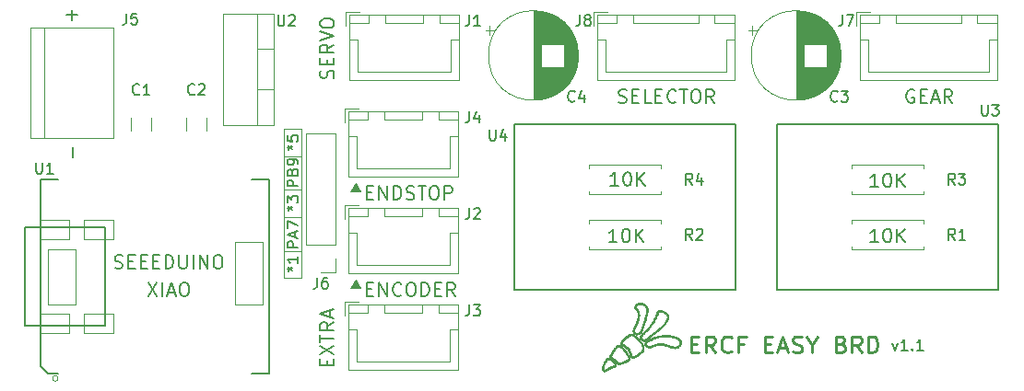
<source format=gto>
G04 #@! TF.GenerationSoftware,KiCad,Pcbnew,(5.1.9)-1*
G04 #@! TF.CreationDate,2021-06-24T09:40:01+02:00*
G04 #@! TF.ProjectId,ercf-easy-brd,65726366-2d65-4617-9379-2d6272642e6b,v1.1*
G04 #@! TF.SameCoordinates,Original*
G04 #@! TF.FileFunction,Legend,Top*
G04 #@! TF.FilePolarity,Positive*
%FSLAX46Y46*%
G04 Gerber Fmt 4.6, Leading zero omitted, Abs format (unit mm)*
G04 Created by KiCad (PCBNEW (5.1.9)-1) date 2021-06-24 09:40:01*
%MOMM*%
%LPD*%
G01*
G04 APERTURE LIST*
%ADD10C,0.200000*%
%ADD11C,0.120000*%
%ADD12C,0.150000*%
%ADD13C,0.100000*%
%ADD14C,0.250000*%
%ADD15C,0.010000*%
%ADD16C,0.127000*%
%ADD17C,0.066040*%
G04 APERTURE END LIST*
D10*
X81369285Y-122396190D02*
X81369285Y-121443809D01*
X80803809Y-109309285D02*
X81756190Y-109309285D01*
X81280000Y-109785476D02*
X81280000Y-108833095D01*
X131470904Y-125025476D02*
X130756619Y-125025476D01*
X131113761Y-125025476D02*
X131113761Y-123775476D01*
X130994714Y-123954047D01*
X130875666Y-124073095D01*
X130756619Y-124132619D01*
X132244714Y-123775476D02*
X132363761Y-123775476D01*
X132482809Y-123835000D01*
X132542333Y-123894523D01*
X132601857Y-124013571D01*
X132661380Y-124251666D01*
X132661380Y-124549285D01*
X132601857Y-124787380D01*
X132542333Y-124906428D01*
X132482809Y-124965952D01*
X132363761Y-125025476D01*
X132244714Y-125025476D01*
X132125666Y-124965952D01*
X132066142Y-124906428D01*
X132006619Y-124787380D01*
X131947095Y-124549285D01*
X131947095Y-124251666D01*
X132006619Y-124013571D01*
X132066142Y-123894523D01*
X132125666Y-123835000D01*
X132244714Y-123775476D01*
X133197095Y-125025476D02*
X133197095Y-123775476D01*
X133911380Y-125025476D02*
X133375666Y-124311190D01*
X133911380Y-123775476D02*
X133197095Y-124489761D01*
X131343904Y-130232476D02*
X130629619Y-130232476D01*
X130986761Y-130232476D02*
X130986761Y-128982476D01*
X130867714Y-129161047D01*
X130748666Y-129280095D01*
X130629619Y-129339619D01*
X132117714Y-128982476D02*
X132236761Y-128982476D01*
X132355809Y-129042000D01*
X132415333Y-129101523D01*
X132474857Y-129220571D01*
X132534380Y-129458666D01*
X132534380Y-129756285D01*
X132474857Y-129994380D01*
X132415333Y-130113428D01*
X132355809Y-130172952D01*
X132236761Y-130232476D01*
X132117714Y-130232476D01*
X131998666Y-130172952D01*
X131939142Y-130113428D01*
X131879619Y-129994380D01*
X131820095Y-129756285D01*
X131820095Y-129458666D01*
X131879619Y-129220571D01*
X131939142Y-129101523D01*
X131998666Y-129042000D01*
X132117714Y-128982476D01*
X133070095Y-130232476D02*
X133070095Y-128982476D01*
X133784380Y-130232476D02*
X133248666Y-129518190D01*
X133784380Y-128982476D02*
X133070095Y-129696761D01*
X155346904Y-130232476D02*
X154632619Y-130232476D01*
X154989761Y-130232476D02*
X154989761Y-128982476D01*
X154870714Y-129161047D01*
X154751666Y-129280095D01*
X154632619Y-129339619D01*
X156120714Y-128982476D02*
X156239761Y-128982476D01*
X156358809Y-129042000D01*
X156418333Y-129101523D01*
X156477857Y-129220571D01*
X156537380Y-129458666D01*
X156537380Y-129756285D01*
X156477857Y-129994380D01*
X156418333Y-130113428D01*
X156358809Y-130172952D01*
X156239761Y-130232476D01*
X156120714Y-130232476D01*
X156001666Y-130172952D01*
X155942142Y-130113428D01*
X155882619Y-129994380D01*
X155823095Y-129756285D01*
X155823095Y-129458666D01*
X155882619Y-129220571D01*
X155942142Y-129101523D01*
X156001666Y-129042000D01*
X156120714Y-128982476D01*
X157073095Y-130232476D02*
X157073095Y-128982476D01*
X157787380Y-130232476D02*
X157251666Y-129518190D01*
X157787380Y-128982476D02*
X157073095Y-129696761D01*
X155346904Y-125152476D02*
X154632619Y-125152476D01*
X154989761Y-125152476D02*
X154989761Y-123902476D01*
X154870714Y-124081047D01*
X154751666Y-124200095D01*
X154632619Y-124259619D01*
X156120714Y-123902476D02*
X156239761Y-123902476D01*
X156358809Y-123962000D01*
X156418333Y-124021523D01*
X156477857Y-124140571D01*
X156537380Y-124378666D01*
X156537380Y-124676285D01*
X156477857Y-124914380D01*
X156418333Y-125033428D01*
X156358809Y-125092952D01*
X156239761Y-125152476D01*
X156120714Y-125152476D01*
X156001666Y-125092952D01*
X155942142Y-125033428D01*
X155882619Y-124914380D01*
X155823095Y-124676285D01*
X155823095Y-124378666D01*
X155882619Y-124140571D01*
X155942142Y-124021523D01*
X156001666Y-123962000D01*
X156120714Y-123902476D01*
X157073095Y-125152476D02*
X157073095Y-123902476D01*
X157787380Y-125152476D02*
X157251666Y-124438190D01*
X157787380Y-123902476D02*
X157073095Y-124616761D01*
D11*
X102362000Y-122301000D02*
X100711000Y-122301000D01*
X102362000Y-131064000D02*
X100711000Y-131064000D01*
X102362000Y-125349000D02*
X100711000Y-125349000D01*
X102362000Y-133477000D02*
X102362000Y-119761000D01*
X102362000Y-127889000D02*
X100711000Y-127889000D01*
X100711000Y-133477000D02*
X102362000Y-133477000D01*
X100711000Y-119761000D02*
X100711000Y-133477000D01*
X102362000Y-119761000D02*
X100711000Y-119761000D01*
D12*
X102052380Y-130706666D02*
X101052380Y-130706666D01*
X101052380Y-130325714D01*
X101100000Y-130230476D01*
X101147619Y-130182857D01*
X101242857Y-130135238D01*
X101385714Y-130135238D01*
X101480952Y-130182857D01*
X101528571Y-130230476D01*
X101576190Y-130325714D01*
X101576190Y-130706666D01*
X101766666Y-129754285D02*
X101766666Y-129278095D01*
X102052380Y-129849523D02*
X101052380Y-129516190D01*
X102052380Y-129182857D01*
X101052380Y-128944761D02*
X101052380Y-128278095D01*
X102052380Y-128706666D01*
X101052380Y-132683190D02*
X101290476Y-132683190D01*
X101195238Y-132921285D02*
X101290476Y-132683190D01*
X101195238Y-132445095D01*
X101480952Y-132826047D02*
X101290476Y-132683190D01*
X101480952Y-132540333D01*
X102052380Y-131540333D02*
X102052380Y-132111761D01*
X102052380Y-131826047D02*
X101052380Y-131826047D01*
X101195238Y-131921285D01*
X101290476Y-132016523D01*
X101338095Y-132111761D01*
X101052380Y-127095190D02*
X101290476Y-127095190D01*
X101195238Y-127333285D02*
X101290476Y-127095190D01*
X101195238Y-126857095D01*
X101480952Y-127238047D02*
X101290476Y-127095190D01*
X101480952Y-126952333D01*
X101052380Y-126571380D02*
X101052380Y-125952333D01*
X101433333Y-126285666D01*
X101433333Y-126142809D01*
X101480952Y-126047571D01*
X101528571Y-125999952D01*
X101623809Y-125952333D01*
X101861904Y-125952333D01*
X101957142Y-125999952D01*
X102004761Y-126047571D01*
X102052380Y-126142809D01*
X102052380Y-126428523D01*
X102004761Y-126523761D01*
X101957142Y-126571380D01*
X102052380Y-125063095D02*
X101052380Y-125063095D01*
X101052380Y-124682142D01*
X101100000Y-124586904D01*
X101147619Y-124539285D01*
X101242857Y-124491666D01*
X101385714Y-124491666D01*
X101480952Y-124539285D01*
X101528571Y-124586904D01*
X101576190Y-124682142D01*
X101576190Y-125063095D01*
X101528571Y-123729761D02*
X101576190Y-123586904D01*
X101623809Y-123539285D01*
X101719047Y-123491666D01*
X101861904Y-123491666D01*
X101957142Y-123539285D01*
X102004761Y-123586904D01*
X102052380Y-123682142D01*
X102052380Y-124063095D01*
X101052380Y-124063095D01*
X101052380Y-123729761D01*
X101100000Y-123634523D01*
X101147619Y-123586904D01*
X101242857Y-123539285D01*
X101338095Y-123539285D01*
X101433333Y-123586904D01*
X101480952Y-123634523D01*
X101528571Y-123729761D01*
X101528571Y-124063095D01*
X102052380Y-123015476D02*
X102052380Y-122825000D01*
X102004761Y-122729761D01*
X101957142Y-122682142D01*
X101814285Y-122586904D01*
X101623809Y-122539285D01*
X101242857Y-122539285D01*
X101147619Y-122586904D01*
X101100000Y-122634523D01*
X101052380Y-122729761D01*
X101052380Y-122920238D01*
X101100000Y-123015476D01*
X101147619Y-123063095D01*
X101242857Y-123110714D01*
X101480952Y-123110714D01*
X101576190Y-123063095D01*
X101623809Y-123015476D01*
X101671428Y-122920238D01*
X101671428Y-122729761D01*
X101623809Y-122634523D01*
X101576190Y-122586904D01*
X101480952Y-122539285D01*
X101052380Y-121507190D02*
X101290476Y-121507190D01*
X101195238Y-121745285D02*
X101290476Y-121507190D01*
X101195238Y-121269095D01*
X101480952Y-121650047D02*
X101290476Y-121507190D01*
X101480952Y-121364333D01*
X101052380Y-120411952D02*
X101052380Y-120888142D01*
X101528571Y-120935761D01*
X101480952Y-120888142D01*
X101433333Y-120792904D01*
X101433333Y-120554809D01*
X101480952Y-120459571D01*
X101528571Y-120411952D01*
X101623809Y-120364333D01*
X101861904Y-120364333D01*
X101957142Y-120411952D01*
X102004761Y-120459571D01*
X102052380Y-120554809D01*
X102052380Y-120792904D01*
X102004761Y-120888142D01*
X101957142Y-120935761D01*
D10*
X88265238Y-133935476D02*
X89098571Y-135185476D01*
X89098571Y-133935476D02*
X88265238Y-135185476D01*
X89574761Y-135185476D02*
X89574761Y-133935476D01*
X90110476Y-134828333D02*
X90705714Y-134828333D01*
X89991428Y-135185476D02*
X90408095Y-133935476D01*
X90824761Y-135185476D01*
X91479523Y-133935476D02*
X91717619Y-133935476D01*
X91836666Y-133995000D01*
X91955714Y-134114047D01*
X92015238Y-134352142D01*
X92015238Y-134768809D01*
X91955714Y-135006904D01*
X91836666Y-135125952D01*
X91717619Y-135185476D01*
X91479523Y-135185476D01*
X91360476Y-135125952D01*
X91241428Y-135006904D01*
X91181904Y-134768809D01*
X91181904Y-134352142D01*
X91241428Y-134114047D01*
X91360476Y-133995000D01*
X91479523Y-133935476D01*
X85229523Y-132585952D02*
X85408095Y-132645476D01*
X85705714Y-132645476D01*
X85824761Y-132585952D01*
X85884285Y-132526428D01*
X85943809Y-132407380D01*
X85943809Y-132288333D01*
X85884285Y-132169285D01*
X85824761Y-132109761D01*
X85705714Y-132050238D01*
X85467619Y-131990714D01*
X85348571Y-131931190D01*
X85289047Y-131871666D01*
X85229523Y-131752619D01*
X85229523Y-131633571D01*
X85289047Y-131514523D01*
X85348571Y-131455000D01*
X85467619Y-131395476D01*
X85765238Y-131395476D01*
X85943809Y-131455000D01*
X86479523Y-131990714D02*
X86896190Y-131990714D01*
X87074761Y-132645476D02*
X86479523Y-132645476D01*
X86479523Y-131395476D01*
X87074761Y-131395476D01*
X87610476Y-131990714D02*
X88027142Y-131990714D01*
X88205714Y-132645476D02*
X87610476Y-132645476D01*
X87610476Y-131395476D01*
X88205714Y-131395476D01*
X88741428Y-131990714D02*
X89158095Y-131990714D01*
X89336666Y-132645476D02*
X88741428Y-132645476D01*
X88741428Y-131395476D01*
X89336666Y-131395476D01*
X89872380Y-132645476D02*
X89872380Y-131395476D01*
X90170000Y-131395476D01*
X90348571Y-131455000D01*
X90467619Y-131574047D01*
X90527142Y-131693095D01*
X90586666Y-131931190D01*
X90586666Y-132109761D01*
X90527142Y-132347857D01*
X90467619Y-132466904D01*
X90348571Y-132585952D01*
X90170000Y-132645476D01*
X89872380Y-132645476D01*
X91122380Y-131395476D02*
X91122380Y-132407380D01*
X91181904Y-132526428D01*
X91241428Y-132585952D01*
X91360476Y-132645476D01*
X91598571Y-132645476D01*
X91717619Y-132585952D01*
X91777142Y-132526428D01*
X91836666Y-132407380D01*
X91836666Y-131395476D01*
X92431904Y-132645476D02*
X92431904Y-131395476D01*
X93027142Y-132645476D02*
X93027142Y-131395476D01*
X93741428Y-132645476D01*
X93741428Y-131395476D01*
X94574761Y-131395476D02*
X94812857Y-131395476D01*
X94931904Y-131455000D01*
X95050952Y-131574047D01*
X95110476Y-131812142D01*
X95110476Y-132228809D01*
X95050952Y-132466904D01*
X94931904Y-132585952D01*
X94812857Y-132645476D01*
X94574761Y-132645476D01*
X94455714Y-132585952D01*
X94336666Y-132466904D01*
X94277142Y-132228809D01*
X94277142Y-131812142D01*
X94336666Y-131574047D01*
X94455714Y-131455000D01*
X94574761Y-131395476D01*
D13*
X106934047Y-134389761D02*
X106934047Y-134437380D01*
X106981666Y-134294523D02*
X106981666Y-134437380D01*
X107029285Y-134199285D02*
X107029285Y-134437380D01*
X107076904Y-134104047D02*
X107076904Y-134437380D01*
X107124523Y-134056428D02*
X107124523Y-134437380D01*
X107172142Y-133961190D02*
X107172142Y-134437380D01*
X107219761Y-133865952D02*
X107219761Y-134437380D01*
X107267380Y-133770714D02*
X107267380Y-134437380D01*
X107315000Y-133675476D02*
X107315000Y-134437380D01*
X107362619Y-133770714D02*
X107362619Y-134437380D01*
X107410238Y-133865952D02*
X107410238Y-134437380D01*
X107457857Y-133961190D02*
X107457857Y-134437380D01*
X107505476Y-134056428D02*
X107505476Y-134437380D01*
X107553095Y-134104047D02*
X107553095Y-134437380D01*
X107600714Y-134199285D02*
X107600714Y-134437380D01*
X107648333Y-134294523D02*
X107648333Y-134437380D01*
X107695952Y-134437380D02*
X107315000Y-133723095D01*
X106934047Y-134437380D01*
X107695952Y-134389761D02*
X107695952Y-134437380D01*
X107315000Y-133675476D02*
X107743571Y-134437380D01*
X106886428Y-134437380D01*
X107315000Y-133675476D01*
X106934047Y-125499761D02*
X106934047Y-125547380D01*
X106981666Y-125404523D02*
X106981666Y-125547380D01*
X107029285Y-125309285D02*
X107029285Y-125547380D01*
X107076904Y-125214047D02*
X107076904Y-125547380D01*
X107124523Y-125166428D02*
X107124523Y-125547380D01*
X107172142Y-125071190D02*
X107172142Y-125547380D01*
X107219761Y-124975952D02*
X107219761Y-125547380D01*
X107267380Y-124880714D02*
X107267380Y-125547380D01*
X107315000Y-124785476D02*
X107315000Y-125547380D01*
X107362619Y-124880714D02*
X107362619Y-125547380D01*
X107410238Y-124975952D02*
X107410238Y-125547380D01*
X107457857Y-125071190D02*
X107457857Y-125547380D01*
X107505476Y-125166428D02*
X107505476Y-125547380D01*
X107553095Y-125214047D02*
X107553095Y-125547380D01*
X107600714Y-125309285D02*
X107600714Y-125547380D01*
X107648333Y-125404523D02*
X107648333Y-125547380D01*
X107695952Y-125547380D02*
X107315000Y-124833095D01*
X106934047Y-125547380D01*
X107695952Y-125499761D02*
X107695952Y-125547380D01*
X107315000Y-124785476D02*
X107743571Y-125547380D01*
X106886428Y-125547380D01*
X107315000Y-124785476D01*
D10*
X104685714Y-141565000D02*
X104685714Y-141148333D01*
X105340476Y-140969761D02*
X105340476Y-141565000D01*
X104090476Y-141565000D01*
X104090476Y-140969761D01*
X104090476Y-140553095D02*
X105340476Y-139719761D01*
X104090476Y-139719761D02*
X105340476Y-140553095D01*
X104090476Y-139422142D02*
X104090476Y-138707857D01*
X105340476Y-139065000D02*
X104090476Y-139065000D01*
X105340476Y-137576904D02*
X104745238Y-137993571D01*
X105340476Y-138291190D02*
X104090476Y-138291190D01*
X104090476Y-137815000D01*
X104150000Y-137695952D01*
X104209523Y-137636428D01*
X104328571Y-137576904D01*
X104507142Y-137576904D01*
X104626190Y-137636428D01*
X104685714Y-137695952D01*
X104745238Y-137815000D01*
X104745238Y-138291190D01*
X104983333Y-137100714D02*
X104983333Y-136505476D01*
X105340476Y-137219761D02*
X104090476Y-136803095D01*
X105340476Y-136386428D01*
X108377619Y-134530714D02*
X108794285Y-134530714D01*
X108972857Y-135185476D02*
X108377619Y-135185476D01*
X108377619Y-133935476D01*
X108972857Y-133935476D01*
X109508571Y-135185476D02*
X109508571Y-133935476D01*
X110222857Y-135185476D01*
X110222857Y-133935476D01*
X111532380Y-135066428D02*
X111472857Y-135125952D01*
X111294285Y-135185476D01*
X111175238Y-135185476D01*
X110996666Y-135125952D01*
X110877619Y-135006904D01*
X110818095Y-134887857D01*
X110758571Y-134649761D01*
X110758571Y-134471190D01*
X110818095Y-134233095D01*
X110877619Y-134114047D01*
X110996666Y-133995000D01*
X111175238Y-133935476D01*
X111294285Y-133935476D01*
X111472857Y-133995000D01*
X111532380Y-134054523D01*
X112306190Y-133935476D02*
X112544285Y-133935476D01*
X112663333Y-133995000D01*
X112782380Y-134114047D01*
X112841904Y-134352142D01*
X112841904Y-134768809D01*
X112782380Y-135006904D01*
X112663333Y-135125952D01*
X112544285Y-135185476D01*
X112306190Y-135185476D01*
X112187142Y-135125952D01*
X112068095Y-135006904D01*
X112008571Y-134768809D01*
X112008571Y-134352142D01*
X112068095Y-134114047D01*
X112187142Y-133995000D01*
X112306190Y-133935476D01*
X113377619Y-135185476D02*
X113377619Y-133935476D01*
X113675238Y-133935476D01*
X113853809Y-133995000D01*
X113972857Y-134114047D01*
X114032380Y-134233095D01*
X114091904Y-134471190D01*
X114091904Y-134649761D01*
X114032380Y-134887857D01*
X113972857Y-135006904D01*
X113853809Y-135125952D01*
X113675238Y-135185476D01*
X113377619Y-135185476D01*
X114627619Y-134530714D02*
X115044285Y-134530714D01*
X115222857Y-135185476D02*
X114627619Y-135185476D01*
X114627619Y-133935476D01*
X115222857Y-133935476D01*
X116472857Y-135185476D02*
X116056190Y-134590238D01*
X115758571Y-135185476D02*
X115758571Y-133935476D01*
X116234761Y-133935476D01*
X116353809Y-133995000D01*
X116413333Y-134054523D01*
X116472857Y-134173571D01*
X116472857Y-134352142D01*
X116413333Y-134471190D01*
X116353809Y-134530714D01*
X116234761Y-134590238D01*
X115758571Y-134590238D01*
X108377619Y-125640714D02*
X108794285Y-125640714D01*
X108972857Y-126295476D02*
X108377619Y-126295476D01*
X108377619Y-125045476D01*
X108972857Y-125045476D01*
X109508571Y-126295476D02*
X109508571Y-125045476D01*
X110222857Y-126295476D01*
X110222857Y-125045476D01*
X110818095Y-126295476D02*
X110818095Y-125045476D01*
X111115714Y-125045476D01*
X111294285Y-125105000D01*
X111413333Y-125224047D01*
X111472857Y-125343095D01*
X111532380Y-125581190D01*
X111532380Y-125759761D01*
X111472857Y-125997857D01*
X111413333Y-126116904D01*
X111294285Y-126235952D01*
X111115714Y-126295476D01*
X110818095Y-126295476D01*
X112008571Y-126235952D02*
X112187142Y-126295476D01*
X112484761Y-126295476D01*
X112603809Y-126235952D01*
X112663333Y-126176428D01*
X112722857Y-126057380D01*
X112722857Y-125938333D01*
X112663333Y-125819285D01*
X112603809Y-125759761D01*
X112484761Y-125700238D01*
X112246666Y-125640714D01*
X112127619Y-125581190D01*
X112068095Y-125521666D01*
X112008571Y-125402619D01*
X112008571Y-125283571D01*
X112068095Y-125164523D01*
X112127619Y-125105000D01*
X112246666Y-125045476D01*
X112544285Y-125045476D01*
X112722857Y-125105000D01*
X113080000Y-125045476D02*
X113794285Y-125045476D01*
X113437142Y-126295476D02*
X113437142Y-125045476D01*
X114449047Y-125045476D02*
X114687142Y-125045476D01*
X114806190Y-125105000D01*
X114925238Y-125224047D01*
X114984761Y-125462142D01*
X114984761Y-125878809D01*
X114925238Y-126116904D01*
X114806190Y-126235952D01*
X114687142Y-126295476D01*
X114449047Y-126295476D01*
X114330000Y-126235952D01*
X114210952Y-126116904D01*
X114151428Y-125878809D01*
X114151428Y-125462142D01*
X114210952Y-125224047D01*
X114330000Y-125105000D01*
X114449047Y-125045476D01*
X115520476Y-126295476D02*
X115520476Y-125045476D01*
X115996666Y-125045476D01*
X116115714Y-125105000D01*
X116175238Y-125164523D01*
X116234761Y-125283571D01*
X116234761Y-125462142D01*
X116175238Y-125581190D01*
X116115714Y-125640714D01*
X115996666Y-125700238D01*
X115520476Y-125700238D01*
X105280952Y-115133095D02*
X105340476Y-114954523D01*
X105340476Y-114656904D01*
X105280952Y-114537857D01*
X105221428Y-114478333D01*
X105102380Y-114418809D01*
X104983333Y-114418809D01*
X104864285Y-114478333D01*
X104804761Y-114537857D01*
X104745238Y-114656904D01*
X104685714Y-114895000D01*
X104626190Y-115014047D01*
X104566666Y-115073571D01*
X104447619Y-115133095D01*
X104328571Y-115133095D01*
X104209523Y-115073571D01*
X104150000Y-115014047D01*
X104090476Y-114895000D01*
X104090476Y-114597380D01*
X104150000Y-114418809D01*
X104685714Y-113883095D02*
X104685714Y-113466428D01*
X105340476Y-113287857D02*
X105340476Y-113883095D01*
X104090476Y-113883095D01*
X104090476Y-113287857D01*
X105340476Y-112037857D02*
X104745238Y-112454523D01*
X105340476Y-112752142D02*
X104090476Y-112752142D01*
X104090476Y-112275952D01*
X104150000Y-112156904D01*
X104209523Y-112097380D01*
X104328571Y-112037857D01*
X104507142Y-112037857D01*
X104626190Y-112097380D01*
X104685714Y-112156904D01*
X104745238Y-112275952D01*
X104745238Y-112752142D01*
X104090476Y-111680714D02*
X105340476Y-111264047D01*
X104090476Y-110847380D01*
X104090476Y-110192619D02*
X104090476Y-109954523D01*
X104150000Y-109835476D01*
X104269047Y-109716428D01*
X104507142Y-109656904D01*
X104923809Y-109656904D01*
X105161904Y-109716428D01*
X105280952Y-109835476D01*
X105340476Y-109954523D01*
X105340476Y-110192619D01*
X105280952Y-110311666D01*
X105161904Y-110430714D01*
X104923809Y-110490238D01*
X104507142Y-110490238D01*
X104269047Y-110430714D01*
X104150000Y-110311666D01*
X104090476Y-110192619D01*
X131515000Y-117345952D02*
X131693571Y-117405476D01*
X131991190Y-117405476D01*
X132110238Y-117345952D01*
X132169761Y-117286428D01*
X132229285Y-117167380D01*
X132229285Y-117048333D01*
X132169761Y-116929285D01*
X132110238Y-116869761D01*
X131991190Y-116810238D01*
X131753095Y-116750714D01*
X131634047Y-116691190D01*
X131574523Y-116631666D01*
X131515000Y-116512619D01*
X131515000Y-116393571D01*
X131574523Y-116274523D01*
X131634047Y-116215000D01*
X131753095Y-116155476D01*
X132050714Y-116155476D01*
X132229285Y-116215000D01*
X132765000Y-116750714D02*
X133181666Y-116750714D01*
X133360238Y-117405476D02*
X132765000Y-117405476D01*
X132765000Y-116155476D01*
X133360238Y-116155476D01*
X134491190Y-117405476D02*
X133895952Y-117405476D01*
X133895952Y-116155476D01*
X134907857Y-116750714D02*
X135324523Y-116750714D01*
X135503095Y-117405476D02*
X134907857Y-117405476D01*
X134907857Y-116155476D01*
X135503095Y-116155476D01*
X136753095Y-117286428D02*
X136693571Y-117345952D01*
X136515000Y-117405476D01*
X136395952Y-117405476D01*
X136217380Y-117345952D01*
X136098333Y-117226904D01*
X136038809Y-117107857D01*
X135979285Y-116869761D01*
X135979285Y-116691190D01*
X136038809Y-116453095D01*
X136098333Y-116334047D01*
X136217380Y-116215000D01*
X136395952Y-116155476D01*
X136515000Y-116155476D01*
X136693571Y-116215000D01*
X136753095Y-116274523D01*
X137110238Y-116155476D02*
X137824523Y-116155476D01*
X137467380Y-117405476D02*
X137467380Y-116155476D01*
X138479285Y-116155476D02*
X138717380Y-116155476D01*
X138836428Y-116215000D01*
X138955476Y-116334047D01*
X139015000Y-116572142D01*
X139015000Y-116988809D01*
X138955476Y-117226904D01*
X138836428Y-117345952D01*
X138717380Y-117405476D01*
X138479285Y-117405476D01*
X138360238Y-117345952D01*
X138241190Y-117226904D01*
X138181666Y-116988809D01*
X138181666Y-116572142D01*
X138241190Y-116334047D01*
X138360238Y-116215000D01*
X138479285Y-116155476D01*
X140265000Y-117405476D02*
X139848333Y-116810238D01*
X139550714Y-117405476D02*
X139550714Y-116155476D01*
X140026904Y-116155476D01*
X140145952Y-116215000D01*
X140205476Y-116274523D01*
X140265000Y-116393571D01*
X140265000Y-116572142D01*
X140205476Y-116691190D01*
X140145952Y-116750714D01*
X140026904Y-116810238D01*
X139550714Y-116810238D01*
X158621190Y-116215000D02*
X158502142Y-116155476D01*
X158323571Y-116155476D01*
X158145000Y-116215000D01*
X158025952Y-116334047D01*
X157966428Y-116453095D01*
X157906904Y-116691190D01*
X157906904Y-116869761D01*
X157966428Y-117107857D01*
X158025952Y-117226904D01*
X158145000Y-117345952D01*
X158323571Y-117405476D01*
X158442619Y-117405476D01*
X158621190Y-117345952D01*
X158680714Y-117286428D01*
X158680714Y-116869761D01*
X158442619Y-116869761D01*
X159216428Y-116750714D02*
X159633095Y-116750714D01*
X159811666Y-117405476D02*
X159216428Y-117405476D01*
X159216428Y-116155476D01*
X159811666Y-116155476D01*
X160287857Y-117048333D02*
X160883095Y-117048333D01*
X160168809Y-117405476D02*
X160585476Y-116155476D01*
X161002142Y-117405476D01*
X162133095Y-117405476D02*
X161716428Y-116810238D01*
X161418809Y-117405476D02*
X161418809Y-116155476D01*
X161895000Y-116155476D01*
X162014047Y-116215000D01*
X162073571Y-116274523D01*
X162133095Y-116393571D01*
X162133095Y-116572142D01*
X162073571Y-116691190D01*
X162014047Y-116750714D01*
X161895000Y-116810238D01*
X161418809Y-116810238D01*
D12*
X156668500Y-139485714D02*
X156906595Y-140152380D01*
X157144690Y-139485714D01*
X158049452Y-140152380D02*
X157478023Y-140152380D01*
X157763738Y-140152380D02*
X157763738Y-139152380D01*
X157668500Y-139295238D01*
X157573261Y-139390476D01*
X157478023Y-139438095D01*
X158478023Y-140057142D02*
X158525642Y-140104761D01*
X158478023Y-140152380D01*
X158430404Y-140104761D01*
X158478023Y-140057142D01*
X158478023Y-140152380D01*
X159478023Y-140152380D02*
X158906595Y-140152380D01*
X159192309Y-140152380D02*
X159192309Y-139152380D01*
X159097071Y-139295238D01*
X159001833Y-139390476D01*
X158906595Y-139438095D01*
D14*
X138149285Y-139592857D02*
X138649285Y-139592857D01*
X138863571Y-140378571D02*
X138149285Y-140378571D01*
X138149285Y-138878571D01*
X138863571Y-138878571D01*
X140363571Y-140378571D02*
X139863571Y-139664285D01*
X139506428Y-140378571D02*
X139506428Y-138878571D01*
X140077857Y-138878571D01*
X140220714Y-138950000D01*
X140292142Y-139021428D01*
X140363571Y-139164285D01*
X140363571Y-139378571D01*
X140292142Y-139521428D01*
X140220714Y-139592857D01*
X140077857Y-139664285D01*
X139506428Y-139664285D01*
X141863571Y-140235714D02*
X141792142Y-140307142D01*
X141577857Y-140378571D01*
X141435000Y-140378571D01*
X141220714Y-140307142D01*
X141077857Y-140164285D01*
X141006428Y-140021428D01*
X140935000Y-139735714D01*
X140935000Y-139521428D01*
X141006428Y-139235714D01*
X141077857Y-139092857D01*
X141220714Y-138950000D01*
X141435000Y-138878571D01*
X141577857Y-138878571D01*
X141792142Y-138950000D01*
X141863571Y-139021428D01*
X143006428Y-139592857D02*
X142506428Y-139592857D01*
X142506428Y-140378571D02*
X142506428Y-138878571D01*
X143220714Y-138878571D01*
X144935000Y-139592857D02*
X145435000Y-139592857D01*
X145649285Y-140378571D02*
X144935000Y-140378571D01*
X144935000Y-138878571D01*
X145649285Y-138878571D01*
X146220714Y-139950000D02*
X146935000Y-139950000D01*
X146077857Y-140378571D02*
X146577857Y-138878571D01*
X147077857Y-140378571D01*
X147506428Y-140307142D02*
X147720714Y-140378571D01*
X148077857Y-140378571D01*
X148220714Y-140307142D01*
X148292142Y-140235714D01*
X148363571Y-140092857D01*
X148363571Y-139950000D01*
X148292142Y-139807142D01*
X148220714Y-139735714D01*
X148077857Y-139664285D01*
X147792142Y-139592857D01*
X147649285Y-139521428D01*
X147577857Y-139450000D01*
X147506428Y-139307142D01*
X147506428Y-139164285D01*
X147577857Y-139021428D01*
X147649285Y-138950000D01*
X147792142Y-138878571D01*
X148149285Y-138878571D01*
X148363571Y-138950000D01*
X149292142Y-139664285D02*
X149292142Y-140378571D01*
X148792142Y-138878571D02*
X149292142Y-139664285D01*
X149792142Y-138878571D01*
X151935000Y-139592857D02*
X152149285Y-139664285D01*
X152220714Y-139735714D01*
X152292142Y-139878571D01*
X152292142Y-140092857D01*
X152220714Y-140235714D01*
X152149285Y-140307142D01*
X152006428Y-140378571D01*
X151435000Y-140378571D01*
X151435000Y-138878571D01*
X151935000Y-138878571D01*
X152077857Y-138950000D01*
X152149285Y-139021428D01*
X152220714Y-139164285D01*
X152220714Y-139307142D01*
X152149285Y-139450000D01*
X152077857Y-139521428D01*
X151935000Y-139592857D01*
X151435000Y-139592857D01*
X153792142Y-140378571D02*
X153292142Y-139664285D01*
X152935000Y-140378571D02*
X152935000Y-138878571D01*
X153506428Y-138878571D01*
X153649285Y-138950000D01*
X153720714Y-139021428D01*
X153792142Y-139164285D01*
X153792142Y-139378571D01*
X153720714Y-139521428D01*
X153649285Y-139592857D01*
X153506428Y-139664285D01*
X152935000Y-139664285D01*
X154435000Y-140378571D02*
X154435000Y-138878571D01*
X154792142Y-138878571D01*
X155006428Y-138950000D01*
X155149285Y-139092857D01*
X155220714Y-139235714D01*
X155292142Y-139521428D01*
X155292142Y-139735714D01*
X155220714Y-140021428D01*
X155149285Y-140164285D01*
X155006428Y-140307142D01*
X154792142Y-140378571D01*
X154435000Y-140378571D01*
D15*
G36*
X131480114Y-139656961D02*
G01*
X131494481Y-139658862D01*
X131510017Y-139663103D01*
X131529053Y-139670563D01*
X131553921Y-139682119D01*
X131586952Y-139698649D01*
X131615927Y-139713521D01*
X131675615Y-139745027D01*
X131725360Y-139773201D01*
X131767903Y-139799970D01*
X131805984Y-139827263D01*
X131842344Y-139857006D01*
X131879722Y-139891127D01*
X131908895Y-139919577D01*
X131945491Y-139957572D01*
X131988390Y-140004765D01*
X132035956Y-140059155D01*
X132086555Y-140118736D01*
X132138552Y-140181507D01*
X132190313Y-140245461D01*
X132240201Y-140308597D01*
X132286584Y-140368911D01*
X132327825Y-140424398D01*
X132362290Y-140473056D01*
X132371068Y-140486027D01*
X132425930Y-140575598D01*
X132467995Y-140660788D01*
X132497258Y-140741531D01*
X132513717Y-140817762D01*
X132517369Y-140889416D01*
X132508209Y-140956428D01*
X132486234Y-141018733D01*
X132451442Y-141076265D01*
X132404805Y-141128047D01*
X132373811Y-141154446D01*
X132341351Y-141176150D01*
X132304750Y-141194378D01*
X132261334Y-141210348D01*
X132208429Y-141225280D01*
X132172675Y-141233869D01*
X132127566Y-141244385D01*
X132092633Y-141253244D01*
X132064627Y-141261683D01*
X132040304Y-141270939D01*
X132016416Y-141282248D01*
X131989717Y-141296847D01*
X131956960Y-141315972D01*
X131956706Y-141316122D01*
X131921350Y-141336353D01*
X131889571Y-141352666D01*
X131858042Y-141366358D01*
X131823440Y-141378721D01*
X131782437Y-141391051D01*
X131731709Y-141404643D01*
X131724661Y-141406458D01*
X131649583Y-141424091D01*
X131584775Y-141435461D01*
X131528289Y-141440572D01*
X131478180Y-141439426D01*
X131432500Y-141432027D01*
X131389301Y-141418378D01*
X131363375Y-141407002D01*
X131330899Y-141389632D01*
X131300064Y-141369179D01*
X131269339Y-141344185D01*
X131237197Y-141313192D01*
X131202107Y-141274740D01*
X131162540Y-141227373D01*
X131124030Y-141178732D01*
X131085969Y-141131467D01*
X131051956Y-141093565D01*
X131019091Y-141062544D01*
X130984477Y-141035925D01*
X130945214Y-141011226D01*
X130899243Y-140986397D01*
X130870200Y-140971736D01*
X130847696Y-140960797D01*
X130833363Y-140954339D01*
X130828832Y-140953117D01*
X130830469Y-140954508D01*
X130880733Y-140992254D01*
X130935998Y-141037495D01*
X130992603Y-141087079D01*
X131046885Y-141137849D01*
X131070864Y-141161538D01*
X131125566Y-141218388D01*
X131169530Y-141267916D01*
X131203237Y-141310715D01*
X131227166Y-141347378D01*
X131237073Y-141366772D01*
X131253583Y-141418889D01*
X131257804Y-141471948D01*
X131250111Y-141523646D01*
X131230882Y-141571679D01*
X131200491Y-141613744D01*
X131196035Y-141618358D01*
X131179133Y-141634100D01*
X131160959Y-141648012D01*
X131139464Y-141661135D01*
X131112601Y-141674512D01*
X131078321Y-141689184D01*
X131034577Y-141706192D01*
X130993431Y-141721437D01*
X130900687Y-141756047D01*
X130819370Y-141788017D01*
X130747636Y-141818235D01*
X130683642Y-141847589D01*
X130625544Y-141876965D01*
X130571501Y-141907250D01*
X130519669Y-141939333D01*
X130468205Y-141974101D01*
X130467224Y-141974790D01*
X130400807Y-142019006D01*
X130342094Y-142052969D01*
X130291391Y-142076514D01*
X130253946Y-142088419D01*
X130213664Y-142094049D01*
X130169533Y-142094452D01*
X130128122Y-142089773D01*
X130109160Y-142085174D01*
X130078262Y-142070607D01*
X130046146Y-142047106D01*
X130017115Y-142018306D01*
X129996960Y-141990470D01*
X129986585Y-141969216D01*
X129975196Y-141940800D01*
X129965246Y-141911344D01*
X129965179Y-141911122D01*
X129958401Y-141886691D01*
X129954297Y-141865353D01*
X129952511Y-141842830D01*
X129952658Y-141819018D01*
X130086969Y-141819018D01*
X130088804Y-141851606D01*
X130096493Y-141877931D01*
X130110238Y-141900135D01*
X130117248Y-141908101D01*
X130148766Y-141934753D01*
X130181279Y-141948542D01*
X130216495Y-141949733D01*
X130256125Y-141938592D01*
X130271108Y-141931947D01*
X130294167Y-141919514D01*
X130323838Y-141901545D01*
X130355759Y-141880758D01*
X130377513Y-141865694D01*
X130429667Y-141829335D01*
X130476126Y-141799087D01*
X130521596Y-141772098D01*
X130570782Y-141745517D01*
X130602547Y-141729324D01*
X130643546Y-141709823D01*
X130694527Y-141687247D01*
X130752437Y-141662840D01*
X130814224Y-141637844D01*
X130876836Y-141613503D01*
X130937221Y-141591060D01*
X130974012Y-141578015D01*
X131019921Y-141561299D01*
X131054301Y-141546682D01*
X131078991Y-141533120D01*
X131095826Y-141519567D01*
X131106643Y-141504980D01*
X131108373Y-141501582D01*
X131117289Y-141475654D01*
X131116860Y-141451307D01*
X131106883Y-141423209D01*
X131105266Y-141419808D01*
X131092043Y-141398336D01*
X131070367Y-141369875D01*
X131042112Y-141336483D01*
X131009154Y-141300218D01*
X130973369Y-141263135D01*
X130936630Y-141227293D01*
X130900814Y-141194749D01*
X130897568Y-141191939D01*
X130864462Y-141164236D01*
X130826501Y-141133825D01*
X130785966Y-141102404D01*
X130745137Y-141071671D01*
X130706296Y-141043324D01*
X130671724Y-141019060D01*
X130643701Y-141000577D01*
X130628182Y-140991438D01*
X130591232Y-140979006D01*
X130552685Y-140979977D01*
X130512888Y-140994161D01*
X130472183Y-141021368D01*
X130430916Y-141061411D01*
X130389431Y-141114098D01*
X130379957Y-141127892D01*
X130347155Y-141178509D01*
X130312075Y-141235604D01*
X130276789Y-141295588D01*
X130243366Y-141354874D01*
X130213878Y-141409872D01*
X130191825Y-141453973D01*
X130162167Y-141519852D01*
X130138880Y-141580537D01*
X130120034Y-141641768D01*
X130103693Y-141709284D01*
X130100049Y-141726487D01*
X130090785Y-141778026D01*
X130086969Y-141819018D01*
X129952658Y-141819018D01*
X129952684Y-141814843D01*
X129954259Y-141780690D01*
X129962872Y-141697905D01*
X129979963Y-141613716D01*
X130005958Y-141527055D01*
X130041286Y-141436856D01*
X130086375Y-141342052D01*
X130141653Y-141241575D01*
X130207546Y-141134358D01*
X130222875Y-141110730D01*
X130260277Y-141054860D01*
X130292775Y-141009393D01*
X130321844Y-140972577D01*
X130348956Y-140942656D01*
X130361718Y-140930779D01*
X130797376Y-140930779D01*
X130799047Y-140934615D01*
X130805959Y-140941985D01*
X130809933Y-140940473D01*
X130810000Y-140939514D01*
X130805124Y-140933707D01*
X130802074Y-140931588D01*
X130797376Y-140930779D01*
X130361718Y-140930779D01*
X130375585Y-140917874D01*
X130402157Y-140897223D01*
X130460067Y-140862557D01*
X130517559Y-140841324D01*
X130574229Y-140833547D01*
X130629674Y-140839244D01*
X130683491Y-140858436D01*
X130721495Y-140880965D01*
X130733718Y-140889325D01*
X130737965Y-140891197D01*
X130733844Y-140885465D01*
X130720959Y-140871007D01*
X130716095Y-140865649D01*
X130687167Y-140830163D01*
X130668593Y-140797445D01*
X130658705Y-140763635D01*
X130655977Y-140728163D01*
X130796270Y-140728163D01*
X130800028Y-140740255D01*
X130811898Y-140754901D01*
X130832777Y-140772803D01*
X130863560Y-140794668D01*
X130905142Y-140821199D01*
X130945357Y-140845412D01*
X131004087Y-140880759D01*
X131052696Y-140911722D01*
X131093322Y-140940092D01*
X131128107Y-140967664D01*
X131159190Y-140996230D01*
X131188710Y-141027582D01*
X131218807Y-141063515D01*
X131243720Y-141095431D01*
X131289135Y-141153307D01*
X131328703Y-141200143D01*
X131363425Y-141236805D01*
X131394298Y-141264155D01*
X131422322Y-141283056D01*
X131448495Y-141294373D01*
X131473815Y-141298968D01*
X131479324Y-141299163D01*
X131496484Y-141298270D01*
X131523649Y-141295623D01*
X131557266Y-141291618D01*
X131593777Y-141286646D01*
X131598531Y-141285953D01*
X131657558Y-141276693D01*
X131706184Y-141267386D01*
X131747699Y-141256906D01*
X131785389Y-141244127D01*
X131822542Y-141227923D01*
X131862446Y-141207170D01*
X131908388Y-141180742D01*
X131911810Y-141178713D01*
X131940445Y-141162267D01*
X131967078Y-141148498D01*
X131994449Y-141136341D01*
X132025301Y-141124730D01*
X132062373Y-141112599D01*
X132108406Y-141098883D01*
X132141131Y-141089545D01*
X132200397Y-141071401D01*
X132247749Y-141053338D01*
X132284939Y-141034137D01*
X132313721Y-141012581D01*
X132335848Y-140987452D01*
X132353074Y-140957535D01*
X132361997Y-140936221D01*
X132370161Y-140909956D01*
X132374018Y-140883491D01*
X132374351Y-140850785D01*
X132374065Y-140843000D01*
X132372054Y-140813758D01*
X132367896Y-140790000D01*
X132360142Y-140766325D01*
X132347345Y-140737334D01*
X132343664Y-140729611D01*
X132319548Y-140684287D01*
X132286221Y-140629550D01*
X132243631Y-140565328D01*
X132191727Y-140491550D01*
X132130457Y-140408143D01*
X132059772Y-140315035D01*
X131979620Y-140212154D01*
X131943755Y-140166811D01*
X131895155Y-140106460D01*
X131853205Y-140056316D01*
X131816823Y-140015237D01*
X131784932Y-139982081D01*
X131756451Y-139955709D01*
X131730300Y-139934978D01*
X131714027Y-139923980D01*
X131695785Y-139913350D01*
X131668118Y-139898310D01*
X131633969Y-139880410D01*
X131596283Y-139861202D01*
X131569986Y-139848109D01*
X131528556Y-139827815D01*
X131497174Y-139813359D01*
X131473538Y-139804579D01*
X131455348Y-139801315D01*
X131440301Y-139803403D01*
X131426096Y-139810683D01*
X131410432Y-139822993D01*
X131395836Y-139835880D01*
X131375374Y-139855698D01*
X131348261Y-139884295D01*
X131316258Y-139919598D01*
X131281126Y-139959537D01*
X131244627Y-140002040D01*
X131208523Y-140045036D01*
X131174576Y-140086454D01*
X131144546Y-140124221D01*
X131120196Y-140156266D01*
X131105080Y-140177763D01*
X131086843Y-140206852D01*
X131064488Y-140244713D01*
X131040014Y-140287832D01*
X131015422Y-140332692D01*
X130995706Y-140369980D01*
X130971443Y-140415433D01*
X130944353Y-140463918D01*
X130916795Y-140511356D01*
X130891129Y-140553664D01*
X130874274Y-140579978D01*
X130845186Y-140624718D01*
X130823642Y-140660027D01*
X130808860Y-140687388D01*
X130800058Y-140708287D01*
X130796454Y-140724210D01*
X130796270Y-140728163D01*
X130655977Y-140728163D01*
X130655833Y-140726298D01*
X130657596Y-140696027D01*
X130663736Y-140666867D01*
X130675308Y-140636326D01*
X130693362Y-140601913D01*
X130718952Y-140561136D01*
X130736576Y-140535156D01*
X130756131Y-140505578D01*
X130779561Y-140468152D01*
X130804267Y-140427134D01*
X130827650Y-140386783D01*
X130833604Y-140376190D01*
X130882819Y-140289145D01*
X130927852Y-140212399D01*
X130970201Y-140143747D01*
X131011360Y-140080988D01*
X131052827Y-140021919D01*
X131096097Y-139964335D01*
X131142666Y-139906035D01*
X131194032Y-139844816D01*
X131196282Y-139842187D01*
X131245785Y-139786621D01*
X131289863Y-139742186D01*
X131329768Y-139708017D01*
X131366752Y-139683247D01*
X131402064Y-139667010D01*
X131436958Y-139658441D01*
X131464584Y-139656523D01*
X131480114Y-139656961D01*
G37*
X131480114Y-139656961D02*
X131494481Y-139658862D01*
X131510017Y-139663103D01*
X131529053Y-139670563D01*
X131553921Y-139682119D01*
X131586952Y-139698649D01*
X131615927Y-139713521D01*
X131675615Y-139745027D01*
X131725360Y-139773201D01*
X131767903Y-139799970D01*
X131805984Y-139827263D01*
X131842344Y-139857006D01*
X131879722Y-139891127D01*
X131908895Y-139919577D01*
X131945491Y-139957572D01*
X131988390Y-140004765D01*
X132035956Y-140059155D01*
X132086555Y-140118736D01*
X132138552Y-140181507D01*
X132190313Y-140245461D01*
X132240201Y-140308597D01*
X132286584Y-140368911D01*
X132327825Y-140424398D01*
X132362290Y-140473056D01*
X132371068Y-140486027D01*
X132425930Y-140575598D01*
X132467995Y-140660788D01*
X132497258Y-140741531D01*
X132513717Y-140817762D01*
X132517369Y-140889416D01*
X132508209Y-140956428D01*
X132486234Y-141018733D01*
X132451442Y-141076265D01*
X132404805Y-141128047D01*
X132373811Y-141154446D01*
X132341351Y-141176150D01*
X132304750Y-141194378D01*
X132261334Y-141210348D01*
X132208429Y-141225280D01*
X132172675Y-141233869D01*
X132127566Y-141244385D01*
X132092633Y-141253244D01*
X132064627Y-141261683D01*
X132040304Y-141270939D01*
X132016416Y-141282248D01*
X131989717Y-141296847D01*
X131956960Y-141315972D01*
X131956706Y-141316122D01*
X131921350Y-141336353D01*
X131889571Y-141352666D01*
X131858042Y-141366358D01*
X131823440Y-141378721D01*
X131782437Y-141391051D01*
X131731709Y-141404643D01*
X131724661Y-141406458D01*
X131649583Y-141424091D01*
X131584775Y-141435461D01*
X131528289Y-141440572D01*
X131478180Y-141439426D01*
X131432500Y-141432027D01*
X131389301Y-141418378D01*
X131363375Y-141407002D01*
X131330899Y-141389632D01*
X131300064Y-141369179D01*
X131269339Y-141344185D01*
X131237197Y-141313192D01*
X131202107Y-141274740D01*
X131162540Y-141227373D01*
X131124030Y-141178732D01*
X131085969Y-141131467D01*
X131051956Y-141093565D01*
X131019091Y-141062544D01*
X130984477Y-141035925D01*
X130945214Y-141011226D01*
X130899243Y-140986397D01*
X130870200Y-140971736D01*
X130847696Y-140960797D01*
X130833363Y-140954339D01*
X130828832Y-140953117D01*
X130830469Y-140954508D01*
X130880733Y-140992254D01*
X130935998Y-141037495D01*
X130992603Y-141087079D01*
X131046885Y-141137849D01*
X131070864Y-141161538D01*
X131125566Y-141218388D01*
X131169530Y-141267916D01*
X131203237Y-141310715D01*
X131227166Y-141347378D01*
X131237073Y-141366772D01*
X131253583Y-141418889D01*
X131257804Y-141471948D01*
X131250111Y-141523646D01*
X131230882Y-141571679D01*
X131200491Y-141613744D01*
X131196035Y-141618358D01*
X131179133Y-141634100D01*
X131160959Y-141648012D01*
X131139464Y-141661135D01*
X131112601Y-141674512D01*
X131078321Y-141689184D01*
X131034577Y-141706192D01*
X130993431Y-141721437D01*
X130900687Y-141756047D01*
X130819370Y-141788017D01*
X130747636Y-141818235D01*
X130683642Y-141847589D01*
X130625544Y-141876965D01*
X130571501Y-141907250D01*
X130519669Y-141939333D01*
X130468205Y-141974101D01*
X130467224Y-141974790D01*
X130400807Y-142019006D01*
X130342094Y-142052969D01*
X130291391Y-142076514D01*
X130253946Y-142088419D01*
X130213664Y-142094049D01*
X130169533Y-142094452D01*
X130128122Y-142089773D01*
X130109160Y-142085174D01*
X130078262Y-142070607D01*
X130046146Y-142047106D01*
X130017115Y-142018306D01*
X129996960Y-141990470D01*
X129986585Y-141969216D01*
X129975196Y-141940800D01*
X129965246Y-141911344D01*
X129965179Y-141911122D01*
X129958401Y-141886691D01*
X129954297Y-141865353D01*
X129952511Y-141842830D01*
X129952658Y-141819018D01*
X130086969Y-141819018D01*
X130088804Y-141851606D01*
X130096493Y-141877931D01*
X130110238Y-141900135D01*
X130117248Y-141908101D01*
X130148766Y-141934753D01*
X130181279Y-141948542D01*
X130216495Y-141949733D01*
X130256125Y-141938592D01*
X130271108Y-141931947D01*
X130294167Y-141919514D01*
X130323838Y-141901545D01*
X130355759Y-141880758D01*
X130377513Y-141865694D01*
X130429667Y-141829335D01*
X130476126Y-141799087D01*
X130521596Y-141772098D01*
X130570782Y-141745517D01*
X130602547Y-141729324D01*
X130643546Y-141709823D01*
X130694527Y-141687247D01*
X130752437Y-141662840D01*
X130814224Y-141637844D01*
X130876836Y-141613503D01*
X130937221Y-141591060D01*
X130974012Y-141578015D01*
X131019921Y-141561299D01*
X131054301Y-141546682D01*
X131078991Y-141533120D01*
X131095826Y-141519567D01*
X131106643Y-141504980D01*
X131108373Y-141501582D01*
X131117289Y-141475654D01*
X131116860Y-141451307D01*
X131106883Y-141423209D01*
X131105266Y-141419808D01*
X131092043Y-141398336D01*
X131070367Y-141369875D01*
X131042112Y-141336483D01*
X131009154Y-141300218D01*
X130973369Y-141263135D01*
X130936630Y-141227293D01*
X130900814Y-141194749D01*
X130897568Y-141191939D01*
X130864462Y-141164236D01*
X130826501Y-141133825D01*
X130785966Y-141102404D01*
X130745137Y-141071671D01*
X130706296Y-141043324D01*
X130671724Y-141019060D01*
X130643701Y-141000577D01*
X130628182Y-140991438D01*
X130591232Y-140979006D01*
X130552685Y-140979977D01*
X130512888Y-140994161D01*
X130472183Y-141021368D01*
X130430916Y-141061411D01*
X130389431Y-141114098D01*
X130379957Y-141127892D01*
X130347155Y-141178509D01*
X130312075Y-141235604D01*
X130276789Y-141295588D01*
X130243366Y-141354874D01*
X130213878Y-141409872D01*
X130191825Y-141453973D01*
X130162167Y-141519852D01*
X130138880Y-141580537D01*
X130120034Y-141641768D01*
X130103693Y-141709284D01*
X130100049Y-141726487D01*
X130090785Y-141778026D01*
X130086969Y-141819018D01*
X129952658Y-141819018D01*
X129952684Y-141814843D01*
X129954259Y-141780690D01*
X129962872Y-141697905D01*
X129979963Y-141613716D01*
X130005958Y-141527055D01*
X130041286Y-141436856D01*
X130086375Y-141342052D01*
X130141653Y-141241575D01*
X130207546Y-141134358D01*
X130222875Y-141110730D01*
X130260277Y-141054860D01*
X130292775Y-141009393D01*
X130321844Y-140972577D01*
X130348956Y-140942656D01*
X130361718Y-140930779D01*
X130797376Y-140930779D01*
X130799047Y-140934615D01*
X130805959Y-140941985D01*
X130809933Y-140940473D01*
X130810000Y-140939514D01*
X130805124Y-140933707D01*
X130802074Y-140931588D01*
X130797376Y-140930779D01*
X130361718Y-140930779D01*
X130375585Y-140917874D01*
X130402157Y-140897223D01*
X130460067Y-140862557D01*
X130517559Y-140841324D01*
X130574229Y-140833547D01*
X130629674Y-140839244D01*
X130683491Y-140858436D01*
X130721495Y-140880965D01*
X130733718Y-140889325D01*
X130737965Y-140891197D01*
X130733844Y-140885465D01*
X130720959Y-140871007D01*
X130716095Y-140865649D01*
X130687167Y-140830163D01*
X130668593Y-140797445D01*
X130658705Y-140763635D01*
X130655977Y-140728163D01*
X130796270Y-140728163D01*
X130800028Y-140740255D01*
X130811898Y-140754901D01*
X130832777Y-140772803D01*
X130863560Y-140794668D01*
X130905142Y-140821199D01*
X130945357Y-140845412D01*
X131004087Y-140880759D01*
X131052696Y-140911722D01*
X131093322Y-140940092D01*
X131128107Y-140967664D01*
X131159190Y-140996230D01*
X131188710Y-141027582D01*
X131218807Y-141063515D01*
X131243720Y-141095431D01*
X131289135Y-141153307D01*
X131328703Y-141200143D01*
X131363425Y-141236805D01*
X131394298Y-141264155D01*
X131422322Y-141283056D01*
X131448495Y-141294373D01*
X131473815Y-141298968D01*
X131479324Y-141299163D01*
X131496484Y-141298270D01*
X131523649Y-141295623D01*
X131557266Y-141291618D01*
X131593777Y-141286646D01*
X131598531Y-141285953D01*
X131657558Y-141276693D01*
X131706184Y-141267386D01*
X131747699Y-141256906D01*
X131785389Y-141244127D01*
X131822542Y-141227923D01*
X131862446Y-141207170D01*
X131908388Y-141180742D01*
X131911810Y-141178713D01*
X131940445Y-141162267D01*
X131967078Y-141148498D01*
X131994449Y-141136341D01*
X132025301Y-141124730D01*
X132062373Y-141112599D01*
X132108406Y-141098883D01*
X132141131Y-141089545D01*
X132200397Y-141071401D01*
X132247749Y-141053338D01*
X132284939Y-141034137D01*
X132313721Y-141012581D01*
X132335848Y-140987452D01*
X132353074Y-140957535D01*
X132361997Y-140936221D01*
X132370161Y-140909956D01*
X132374018Y-140883491D01*
X132374351Y-140850785D01*
X132374065Y-140843000D01*
X132372054Y-140813758D01*
X132367896Y-140790000D01*
X132360142Y-140766325D01*
X132347345Y-140737334D01*
X132343664Y-140729611D01*
X132319548Y-140684287D01*
X132286221Y-140629550D01*
X132243631Y-140565328D01*
X132191727Y-140491550D01*
X132130457Y-140408143D01*
X132059772Y-140315035D01*
X131979620Y-140212154D01*
X131943755Y-140166811D01*
X131895155Y-140106460D01*
X131853205Y-140056316D01*
X131816823Y-140015237D01*
X131784932Y-139982081D01*
X131756451Y-139955709D01*
X131730300Y-139934978D01*
X131714027Y-139923980D01*
X131695785Y-139913350D01*
X131668118Y-139898310D01*
X131633969Y-139880410D01*
X131596283Y-139861202D01*
X131569986Y-139848109D01*
X131528556Y-139827815D01*
X131497174Y-139813359D01*
X131473538Y-139804579D01*
X131455348Y-139801315D01*
X131440301Y-139803403D01*
X131426096Y-139810683D01*
X131410432Y-139822993D01*
X131395836Y-139835880D01*
X131375374Y-139855698D01*
X131348261Y-139884295D01*
X131316258Y-139919598D01*
X131281126Y-139959537D01*
X131244627Y-140002040D01*
X131208523Y-140045036D01*
X131174576Y-140086454D01*
X131144546Y-140124221D01*
X131120196Y-140156266D01*
X131105080Y-140177763D01*
X131086843Y-140206852D01*
X131064488Y-140244713D01*
X131040014Y-140287832D01*
X131015422Y-140332692D01*
X130995706Y-140369980D01*
X130971443Y-140415433D01*
X130944353Y-140463918D01*
X130916795Y-140511356D01*
X130891129Y-140553664D01*
X130874274Y-140579978D01*
X130845186Y-140624718D01*
X130823642Y-140660027D01*
X130808860Y-140687388D01*
X130800058Y-140708287D01*
X130796454Y-140724210D01*
X130796270Y-140728163D01*
X130655977Y-140728163D01*
X130655833Y-140726298D01*
X130657596Y-140696027D01*
X130663736Y-140666867D01*
X130675308Y-140636326D01*
X130693362Y-140601913D01*
X130718952Y-140561136D01*
X130736576Y-140535156D01*
X130756131Y-140505578D01*
X130779561Y-140468152D01*
X130804267Y-140427134D01*
X130827650Y-140386783D01*
X130833604Y-140376190D01*
X130882819Y-140289145D01*
X130927852Y-140212399D01*
X130970201Y-140143747D01*
X131011360Y-140080988D01*
X131052827Y-140021919D01*
X131096097Y-139964335D01*
X131142666Y-139906035D01*
X131194032Y-139844816D01*
X131196282Y-139842187D01*
X131245785Y-139786621D01*
X131289863Y-139742186D01*
X131329768Y-139708017D01*
X131366752Y-139683247D01*
X131402064Y-139667010D01*
X131436958Y-139658441D01*
X131464584Y-139656523D01*
X131480114Y-139656961D01*
G36*
X132705108Y-138645285D02*
G01*
X132748427Y-138653318D01*
X132791868Y-138667822D01*
X132837628Y-138689712D01*
X132887903Y-138719901D01*
X132944890Y-138759305D01*
X132951837Y-138764370D01*
X133026906Y-138819549D01*
X133091999Y-138867991D01*
X133148390Y-138910831D01*
X133197352Y-138949202D01*
X133240158Y-138984240D01*
X133278083Y-139017079D01*
X133312398Y-139048854D01*
X133344378Y-139080699D01*
X133375296Y-139113749D01*
X133406425Y-139149140D01*
X133439038Y-139188005D01*
X133470255Y-139226325D01*
X133546812Y-139324869D01*
X133612259Y-139417347D01*
X133667129Y-139504971D01*
X133711954Y-139588950D01*
X133747267Y-139670495D01*
X133773601Y-139750816D01*
X133791489Y-139831125D01*
X133801463Y-139912632D01*
X133804119Y-139984892D01*
X133801153Y-140056326D01*
X133791587Y-140119999D01*
X133774470Y-140177506D01*
X133748857Y-140230440D01*
X133713797Y-140280393D01*
X133668344Y-140328961D01*
X133611550Y-140377735D01*
X133542466Y-140428310D01*
X133538783Y-140430838D01*
X133498535Y-140459140D01*
X133453451Y-140492034D01*
X133408828Y-140525591D01*
X133369960Y-140555886D01*
X133367162Y-140558128D01*
X133324630Y-140591894D01*
X133288124Y-140619705D01*
X133254612Y-140643520D01*
X133221065Y-140665298D01*
X133184454Y-140687001D01*
X133141749Y-140710589D01*
X133089920Y-140738021D01*
X133085702Y-140740224D01*
X133027467Y-140770532D01*
X132979806Y-140795069D01*
X132941191Y-140814554D01*
X132910095Y-140829700D01*
X132884990Y-140841226D01*
X132864350Y-140849845D01*
X132846646Y-140856276D01*
X132830351Y-140861233D01*
X132823847Y-140862973D01*
X132782448Y-140870796D01*
X132742262Y-140873204D01*
X132707433Y-140870155D01*
X132687540Y-140864358D01*
X132666059Y-140853568D01*
X132647074Y-140840375D01*
X132629823Y-140823426D01*
X132613544Y-140801364D01*
X132597472Y-140772835D01*
X132580845Y-140736485D01*
X132562900Y-140690958D01*
X132542874Y-140634899D01*
X132520005Y-140566954D01*
X132519909Y-140566663D01*
X132487736Y-140472396D01*
X132457101Y-140389911D01*
X132427060Y-140317486D01*
X132396672Y-140253397D01*
X132364992Y-140195923D01*
X132331080Y-140143342D01*
X132293992Y-140093931D01*
X132252786Y-140045968D01*
X132210963Y-140002176D01*
X132113667Y-139911668D01*
X132012601Y-139832350D01*
X131904378Y-139761686D01*
X131843162Y-139726986D01*
X131788381Y-139693708D01*
X131742287Y-139658155D01*
X131706211Y-139621603D01*
X131681479Y-139585328D01*
X131672218Y-139562845D01*
X131662997Y-139515408D01*
X131663317Y-139500266D01*
X131805410Y-139500266D01*
X131809706Y-139519651D01*
X131823254Y-139539617D01*
X131847033Y-139561055D01*
X131882021Y-139584859D01*
X131925936Y-139610150D01*
X132051232Y-139685768D01*
X132168030Y-139771390D01*
X132275654Y-139866327D01*
X132373427Y-139969890D01*
X132460673Y-140081388D01*
X132536715Y-140200135D01*
X132575128Y-140271476D01*
X132594630Y-140311797D01*
X132610903Y-140349486D01*
X132625101Y-140387892D01*
X132638378Y-140430361D01*
X132651887Y-140480241D01*
X132664072Y-140529544D01*
X132678389Y-140586634D01*
X132691279Y-140632171D01*
X132703430Y-140668171D01*
X132715528Y-140696648D01*
X132728262Y-140719616D01*
X132729672Y-140721803D01*
X132739637Y-140731323D01*
X132754183Y-140734590D01*
X132774889Y-140731285D01*
X132803335Y-140721089D01*
X132841098Y-140703684D01*
X132855729Y-140696377D01*
X132924528Y-140661536D01*
X132982497Y-140632085D01*
X133031043Y-140607191D01*
X133071570Y-140586018D01*
X133105487Y-140567731D01*
X133134199Y-140551495D01*
X133159112Y-140536473D01*
X133181634Y-140521832D01*
X133203170Y-140506736D01*
X133225127Y-140490350D01*
X133248911Y-140471838D01*
X133275928Y-140450365D01*
X133293208Y-140436566D01*
X133327337Y-140410115D01*
X133367865Y-140379933D01*
X133409678Y-140349768D01*
X133447069Y-140323771D01*
X133505157Y-140283027D01*
X133551998Y-140246367D01*
X133588687Y-140211863D01*
X133616319Y-140177583D01*
X133635989Y-140141598D01*
X133648792Y-140101978D01*
X133655823Y-140056794D01*
X133658177Y-140004115D01*
X133657359Y-139953181D01*
X133652314Y-139882466D01*
X133641656Y-139814888D01*
X133624704Y-139748956D01*
X133600777Y-139683177D01*
X133569195Y-139616059D01*
X133529277Y-139546111D01*
X133480343Y-139471840D01*
X133421712Y-139391754D01*
X133372827Y-139329298D01*
X133335109Y-139282698D01*
X133301058Y-139242051D01*
X133269047Y-139205855D01*
X133237447Y-139172604D01*
X133204629Y-139140796D01*
X133168964Y-139108926D01*
X133128825Y-139075491D01*
X133082582Y-139038986D01*
X133028607Y-138997909D01*
X132965271Y-138950754D01*
X132953262Y-138941883D01*
X132899329Y-138902365D01*
X132854689Y-138870431D01*
X132817840Y-138845182D01*
X132787281Y-138825718D01*
X132761511Y-138811139D01*
X132739027Y-138800546D01*
X132718328Y-138793039D01*
X132697913Y-138787717D01*
X132694904Y-138787077D01*
X132648480Y-138783535D01*
X132595498Y-138790256D01*
X132538022Y-138806813D01*
X132481594Y-138831038D01*
X132453518Y-138845765D01*
X132426602Y-138861789D01*
X132399000Y-138880504D01*
X132368866Y-138903303D01*
X132334354Y-138931579D01*
X132293618Y-138966727D01*
X132247417Y-139007800D01*
X132211143Y-139039923D01*
X132168904Y-139076656D01*
X132125392Y-139113954D01*
X132085301Y-139147771D01*
X132076567Y-139155038D01*
X132019675Y-139203368D01*
X131972546Y-139246093D01*
X131933371Y-139284996D01*
X131900341Y-139321862D01*
X131875448Y-139353325D01*
X131850680Y-139389812D01*
X131829962Y-139426672D01*
X131814744Y-139460858D01*
X131806481Y-139489322D01*
X131805410Y-139500266D01*
X131663317Y-139500266D01*
X131664006Y-139467795D01*
X131675653Y-139418606D01*
X131698347Y-139366442D01*
X131732497Y-139309903D01*
X131755533Y-139277480D01*
X131779756Y-139246227D01*
X131805924Y-139215427D01*
X131835537Y-139183582D01*
X131870098Y-139149194D01*
X131911110Y-139110763D01*
X131960074Y-139066791D01*
X132013649Y-139019972D01*
X132053572Y-138985387D01*
X132094876Y-138949568D01*
X132134807Y-138914905D01*
X132170612Y-138883791D01*
X132199537Y-138858615D01*
X132205865Y-138853097D01*
X132287213Y-138787098D01*
X132365460Y-138733937D01*
X132441346Y-138693271D01*
X132515610Y-138664758D01*
X132588993Y-138648055D01*
X132659715Y-138642811D01*
X132705108Y-138645285D01*
G37*
X132705108Y-138645285D02*
X132748427Y-138653318D01*
X132791868Y-138667822D01*
X132837628Y-138689712D01*
X132887903Y-138719901D01*
X132944890Y-138759305D01*
X132951837Y-138764370D01*
X133026906Y-138819549D01*
X133091999Y-138867991D01*
X133148390Y-138910831D01*
X133197352Y-138949202D01*
X133240158Y-138984240D01*
X133278083Y-139017079D01*
X133312398Y-139048854D01*
X133344378Y-139080699D01*
X133375296Y-139113749D01*
X133406425Y-139149140D01*
X133439038Y-139188005D01*
X133470255Y-139226325D01*
X133546812Y-139324869D01*
X133612259Y-139417347D01*
X133667129Y-139504971D01*
X133711954Y-139588950D01*
X133747267Y-139670495D01*
X133773601Y-139750816D01*
X133791489Y-139831125D01*
X133801463Y-139912632D01*
X133804119Y-139984892D01*
X133801153Y-140056326D01*
X133791587Y-140119999D01*
X133774470Y-140177506D01*
X133748857Y-140230440D01*
X133713797Y-140280393D01*
X133668344Y-140328961D01*
X133611550Y-140377735D01*
X133542466Y-140428310D01*
X133538783Y-140430838D01*
X133498535Y-140459140D01*
X133453451Y-140492034D01*
X133408828Y-140525591D01*
X133369960Y-140555886D01*
X133367162Y-140558128D01*
X133324630Y-140591894D01*
X133288124Y-140619705D01*
X133254612Y-140643520D01*
X133221065Y-140665298D01*
X133184454Y-140687001D01*
X133141749Y-140710589D01*
X133089920Y-140738021D01*
X133085702Y-140740224D01*
X133027467Y-140770532D01*
X132979806Y-140795069D01*
X132941191Y-140814554D01*
X132910095Y-140829700D01*
X132884990Y-140841226D01*
X132864350Y-140849845D01*
X132846646Y-140856276D01*
X132830351Y-140861233D01*
X132823847Y-140862973D01*
X132782448Y-140870796D01*
X132742262Y-140873204D01*
X132707433Y-140870155D01*
X132687540Y-140864358D01*
X132666059Y-140853568D01*
X132647074Y-140840375D01*
X132629823Y-140823426D01*
X132613544Y-140801364D01*
X132597472Y-140772835D01*
X132580845Y-140736485D01*
X132562900Y-140690958D01*
X132542874Y-140634899D01*
X132520005Y-140566954D01*
X132519909Y-140566663D01*
X132487736Y-140472396D01*
X132457101Y-140389911D01*
X132427060Y-140317486D01*
X132396672Y-140253397D01*
X132364992Y-140195923D01*
X132331080Y-140143342D01*
X132293992Y-140093931D01*
X132252786Y-140045968D01*
X132210963Y-140002176D01*
X132113667Y-139911668D01*
X132012601Y-139832350D01*
X131904378Y-139761686D01*
X131843162Y-139726986D01*
X131788381Y-139693708D01*
X131742287Y-139658155D01*
X131706211Y-139621603D01*
X131681479Y-139585328D01*
X131672218Y-139562845D01*
X131662997Y-139515408D01*
X131663317Y-139500266D01*
X131805410Y-139500266D01*
X131809706Y-139519651D01*
X131823254Y-139539617D01*
X131847033Y-139561055D01*
X131882021Y-139584859D01*
X131925936Y-139610150D01*
X132051232Y-139685768D01*
X132168030Y-139771390D01*
X132275654Y-139866327D01*
X132373427Y-139969890D01*
X132460673Y-140081388D01*
X132536715Y-140200135D01*
X132575128Y-140271476D01*
X132594630Y-140311797D01*
X132610903Y-140349486D01*
X132625101Y-140387892D01*
X132638378Y-140430361D01*
X132651887Y-140480241D01*
X132664072Y-140529544D01*
X132678389Y-140586634D01*
X132691279Y-140632171D01*
X132703430Y-140668171D01*
X132715528Y-140696648D01*
X132728262Y-140719616D01*
X132729672Y-140721803D01*
X132739637Y-140731323D01*
X132754183Y-140734590D01*
X132774889Y-140731285D01*
X132803335Y-140721089D01*
X132841098Y-140703684D01*
X132855729Y-140696377D01*
X132924528Y-140661536D01*
X132982497Y-140632085D01*
X133031043Y-140607191D01*
X133071570Y-140586018D01*
X133105487Y-140567731D01*
X133134199Y-140551495D01*
X133159112Y-140536473D01*
X133181634Y-140521832D01*
X133203170Y-140506736D01*
X133225127Y-140490350D01*
X133248911Y-140471838D01*
X133275928Y-140450365D01*
X133293208Y-140436566D01*
X133327337Y-140410115D01*
X133367865Y-140379933D01*
X133409678Y-140349768D01*
X133447069Y-140323771D01*
X133505157Y-140283027D01*
X133551998Y-140246367D01*
X133588687Y-140211863D01*
X133616319Y-140177583D01*
X133635989Y-140141598D01*
X133648792Y-140101978D01*
X133655823Y-140056794D01*
X133658177Y-140004115D01*
X133657359Y-139953181D01*
X133652314Y-139882466D01*
X133641656Y-139814888D01*
X133624704Y-139748956D01*
X133600777Y-139683177D01*
X133569195Y-139616059D01*
X133529277Y-139546111D01*
X133480343Y-139471840D01*
X133421712Y-139391754D01*
X133372827Y-139329298D01*
X133335109Y-139282698D01*
X133301058Y-139242051D01*
X133269047Y-139205855D01*
X133237447Y-139172604D01*
X133204629Y-139140796D01*
X133168964Y-139108926D01*
X133128825Y-139075491D01*
X133082582Y-139038986D01*
X133028607Y-138997909D01*
X132965271Y-138950754D01*
X132953262Y-138941883D01*
X132899329Y-138902365D01*
X132854689Y-138870431D01*
X132817840Y-138845182D01*
X132787281Y-138825718D01*
X132761511Y-138811139D01*
X132739027Y-138800546D01*
X132718328Y-138793039D01*
X132697913Y-138787717D01*
X132694904Y-138787077D01*
X132648480Y-138783535D01*
X132595498Y-138790256D01*
X132538022Y-138806813D01*
X132481594Y-138831038D01*
X132453518Y-138845765D01*
X132426602Y-138861789D01*
X132399000Y-138880504D01*
X132368866Y-138903303D01*
X132334354Y-138931579D01*
X132293618Y-138966727D01*
X132247417Y-139007800D01*
X132211143Y-139039923D01*
X132168904Y-139076656D01*
X132125392Y-139113954D01*
X132085301Y-139147771D01*
X132076567Y-139155038D01*
X132019675Y-139203368D01*
X131972546Y-139246093D01*
X131933371Y-139284996D01*
X131900341Y-139321862D01*
X131875448Y-139353325D01*
X131850680Y-139389812D01*
X131829962Y-139426672D01*
X131814744Y-139460858D01*
X131806481Y-139489322D01*
X131805410Y-139500266D01*
X131663317Y-139500266D01*
X131664006Y-139467795D01*
X131675653Y-139418606D01*
X131698347Y-139366442D01*
X131732497Y-139309903D01*
X131755533Y-139277480D01*
X131779756Y-139246227D01*
X131805924Y-139215427D01*
X131835537Y-139183582D01*
X131870098Y-139149194D01*
X131911110Y-139110763D01*
X131960074Y-139066791D01*
X132013649Y-139019972D01*
X132053572Y-138985387D01*
X132094876Y-138949568D01*
X132134807Y-138914905D01*
X132170612Y-138883791D01*
X132199537Y-138858615D01*
X132205865Y-138853097D01*
X132287213Y-138787098D01*
X132365460Y-138733937D01*
X132441346Y-138693271D01*
X132515610Y-138664758D01*
X132588993Y-138648055D01*
X132659715Y-138642811D01*
X132705108Y-138645285D01*
G36*
X136047036Y-138749939D02*
G01*
X136124311Y-138756926D01*
X136164594Y-138762960D01*
X136198026Y-138769502D01*
X136241256Y-138778934D01*
X136292348Y-138790755D01*
X136349371Y-138804465D01*
X136410389Y-138819562D01*
X136473469Y-138835547D01*
X136536678Y-138851917D01*
X136598080Y-138868174D01*
X136655744Y-138883815D01*
X136707733Y-138898340D01*
X136752116Y-138911248D01*
X136786958Y-138922039D01*
X136810008Y-138930087D01*
X136898809Y-138970912D01*
X136978080Y-139020363D01*
X137049686Y-139079532D01*
X137112776Y-139145205D01*
X137164887Y-139212828D01*
X137205648Y-139281496D01*
X137234686Y-139350308D01*
X137251628Y-139418357D01*
X137256103Y-139484742D01*
X137247738Y-139548559D01*
X137245911Y-139555786D01*
X137222243Y-139619478D01*
X137186419Y-139681492D01*
X137140002Y-139740667D01*
X137084558Y-139795840D01*
X137021650Y-139845851D01*
X136952842Y-139889536D01*
X136879698Y-139925735D01*
X136803782Y-139953286D01*
X136726659Y-139971026D01*
X136679459Y-139976551D01*
X136652484Y-139977861D01*
X136628020Y-139977992D01*
X136614243Y-139977190D01*
X136554136Y-139968121D01*
X136489034Y-139955122D01*
X136417622Y-139937837D01*
X136338585Y-139915908D01*
X136250612Y-139888981D01*
X136152386Y-139856697D01*
X136085648Y-139833796D01*
X135985437Y-139799058D01*
X135896942Y-139768734D01*
X135818977Y-139742542D01*
X135750358Y-139720202D01*
X135689899Y-139701430D01*
X135636415Y-139685945D01*
X135588720Y-139673465D01*
X135545629Y-139663708D01*
X135505957Y-139656392D01*
X135468518Y-139651236D01*
X135432127Y-139647956D01*
X135395598Y-139646272D01*
X135357747Y-139645901D01*
X135317388Y-139646562D01*
X135300474Y-139647045D01*
X135236939Y-139649806D01*
X135181101Y-139654228D01*
X135128619Y-139660955D01*
X135075149Y-139670630D01*
X135016349Y-139683894D01*
X134966675Y-139696445D01*
X134900178Y-139714751D01*
X134839575Y-139733736D01*
X134780346Y-139755015D01*
X134717965Y-139780204D01*
X134654324Y-139808032D01*
X134583972Y-139838619D01*
X134522971Y-139862638D01*
X134468948Y-139880665D01*
X134419526Y-139893275D01*
X134372333Y-139901044D01*
X134324993Y-139904547D01*
X134275133Y-139904360D01*
X134259594Y-139903684D01*
X134175246Y-139894439D01*
X134100956Y-139875849D01*
X134036724Y-139847917D01*
X133982550Y-139810641D01*
X133938437Y-139764022D01*
X133906008Y-139711406D01*
X133883055Y-139657537D01*
X133870469Y-139609151D01*
X133868652Y-139579169D01*
X134010400Y-139579169D01*
X134010413Y-139579326D01*
X134019879Y-139622537D01*
X134039572Y-139663127D01*
X134067143Y-139696641D01*
X134076498Y-139704573D01*
X134120220Y-139730561D01*
X134173328Y-139749452D01*
X134233274Y-139760938D01*
X134297510Y-139764709D01*
X134363487Y-139760457D01*
X134428658Y-139747871D01*
X134430174Y-139747468D01*
X134446023Y-139742065D01*
X134471516Y-139732025D01*
X134503853Y-139718509D01*
X134540234Y-139702678D01*
X134565081Y-139691534D01*
X134698801Y-139635606D01*
X134832307Y-139589146D01*
X134964265Y-139552437D01*
X135093344Y-139525758D01*
X135218210Y-139509392D01*
X135337532Y-139503619D01*
X135436907Y-139507526D01*
X135506467Y-139515020D01*
X135575627Y-139525903D01*
X135646619Y-139540727D01*
X135721676Y-139560047D01*
X135803030Y-139584416D01*
X135892913Y-139614389D01*
X135951783Y-139635263D01*
X136062580Y-139674935D01*
X136161645Y-139709592D01*
X136249943Y-139739452D01*
X136328434Y-139764734D01*
X136398081Y-139785657D01*
X136459847Y-139802439D01*
X136514693Y-139815299D01*
X136563583Y-139824455D01*
X136607477Y-139830126D01*
X136647340Y-139832532D01*
X136684132Y-139831889D01*
X136718816Y-139828418D01*
X136752354Y-139822337D01*
X136763620Y-139819725D01*
X136824960Y-139799001D01*
X136886531Y-139767632D01*
X136945688Y-139727702D01*
X136999783Y-139681295D01*
X137046171Y-139630497D01*
X137082206Y-139577390D01*
X137089927Y-139562703D01*
X137106510Y-139514497D01*
X137112085Y-139462438D01*
X137106486Y-139410855D01*
X137096932Y-139380021D01*
X137064226Y-139315447D01*
X137019798Y-139252719D01*
X136965656Y-139193910D01*
X136903806Y-139141088D01*
X136836254Y-139096324D01*
X136806459Y-139080321D01*
X136777320Y-139066291D01*
X136747914Y-139053425D01*
X136716828Y-139041325D01*
X136682649Y-139029591D01*
X136643964Y-139017824D01*
X136599359Y-139005625D01*
X136547422Y-138992596D01*
X136486739Y-138978336D01*
X136415897Y-138962447D01*
X136333484Y-138944530D01*
X136301145Y-138937599D01*
X136227202Y-138922038D01*
X136164500Y-138909520D01*
X136110941Y-138899841D01*
X136064424Y-138892796D01*
X136022851Y-138888183D01*
X135984122Y-138885796D01*
X135946139Y-138885433D01*
X135906802Y-138886887D01*
X135864013Y-138889957D01*
X135836456Y-138892428D01*
X135787506Y-138896888D01*
X135730220Y-138901864D01*
X135669959Y-138906906D01*
X135612084Y-138911562D01*
X135577648Y-138914215D01*
X135457397Y-138924922D01*
X135344230Y-138938671D01*
X135236185Y-138956019D01*
X135131303Y-138977519D01*
X135027622Y-139003726D01*
X134923181Y-139035196D01*
X134816019Y-139072483D01*
X134704175Y-139116142D01*
X134585689Y-139166728D01*
X134458598Y-139224795D01*
X134426648Y-139239883D01*
X134336649Y-139283711D01*
X134259107Y-139323946D01*
X134193382Y-139361111D01*
X134138835Y-139395728D01*
X134094824Y-139428319D01*
X134060709Y-139459406D01*
X134035850Y-139489513D01*
X134019606Y-139519161D01*
X134011336Y-139548872D01*
X134010400Y-139579169D01*
X133868652Y-139579169D01*
X133867696Y-139563410D01*
X133871117Y-139532459D01*
X133885496Y-139479744D01*
X133910028Y-139429341D01*
X133945274Y-139380700D01*
X133991796Y-139333273D01*
X134050154Y-139286507D01*
X134120910Y-139239852D01*
X134204623Y-139192760D01*
X134231442Y-139178923D01*
X134419547Y-139087864D01*
X134601598Y-139008402D01*
X134777391Y-138940616D01*
X134946724Y-138884585D01*
X135091086Y-138844853D01*
X135167066Y-138827075D01*
X135239507Y-138812465D01*
X135312099Y-138800458D01*
X135388532Y-138790488D01*
X135472496Y-138781990D01*
X135535506Y-138776785D01*
X135587979Y-138772627D01*
X135645432Y-138767848D01*
X135702847Y-138762878D01*
X135755206Y-138758149D01*
X135787027Y-138755131D01*
X135874670Y-138748964D01*
X135962581Y-138747260D01*
X136047036Y-138749939D01*
G37*
X136047036Y-138749939D02*
X136124311Y-138756926D01*
X136164594Y-138762960D01*
X136198026Y-138769502D01*
X136241256Y-138778934D01*
X136292348Y-138790755D01*
X136349371Y-138804465D01*
X136410389Y-138819562D01*
X136473469Y-138835547D01*
X136536678Y-138851917D01*
X136598080Y-138868174D01*
X136655744Y-138883815D01*
X136707733Y-138898340D01*
X136752116Y-138911248D01*
X136786958Y-138922039D01*
X136810008Y-138930087D01*
X136898809Y-138970912D01*
X136978080Y-139020363D01*
X137049686Y-139079532D01*
X137112776Y-139145205D01*
X137164887Y-139212828D01*
X137205648Y-139281496D01*
X137234686Y-139350308D01*
X137251628Y-139418357D01*
X137256103Y-139484742D01*
X137247738Y-139548559D01*
X137245911Y-139555786D01*
X137222243Y-139619478D01*
X137186419Y-139681492D01*
X137140002Y-139740667D01*
X137084558Y-139795840D01*
X137021650Y-139845851D01*
X136952842Y-139889536D01*
X136879698Y-139925735D01*
X136803782Y-139953286D01*
X136726659Y-139971026D01*
X136679459Y-139976551D01*
X136652484Y-139977861D01*
X136628020Y-139977992D01*
X136614243Y-139977190D01*
X136554136Y-139968121D01*
X136489034Y-139955122D01*
X136417622Y-139937837D01*
X136338585Y-139915908D01*
X136250612Y-139888981D01*
X136152386Y-139856697D01*
X136085648Y-139833796D01*
X135985437Y-139799058D01*
X135896942Y-139768734D01*
X135818977Y-139742542D01*
X135750358Y-139720202D01*
X135689899Y-139701430D01*
X135636415Y-139685945D01*
X135588720Y-139673465D01*
X135545629Y-139663708D01*
X135505957Y-139656392D01*
X135468518Y-139651236D01*
X135432127Y-139647956D01*
X135395598Y-139646272D01*
X135357747Y-139645901D01*
X135317388Y-139646562D01*
X135300474Y-139647045D01*
X135236939Y-139649806D01*
X135181101Y-139654228D01*
X135128619Y-139660955D01*
X135075149Y-139670630D01*
X135016349Y-139683894D01*
X134966675Y-139696445D01*
X134900178Y-139714751D01*
X134839575Y-139733736D01*
X134780346Y-139755015D01*
X134717965Y-139780204D01*
X134654324Y-139808032D01*
X134583972Y-139838619D01*
X134522971Y-139862638D01*
X134468948Y-139880665D01*
X134419526Y-139893275D01*
X134372333Y-139901044D01*
X134324993Y-139904547D01*
X134275133Y-139904360D01*
X134259594Y-139903684D01*
X134175246Y-139894439D01*
X134100956Y-139875849D01*
X134036724Y-139847917D01*
X133982550Y-139810641D01*
X133938437Y-139764022D01*
X133906008Y-139711406D01*
X133883055Y-139657537D01*
X133870469Y-139609151D01*
X133868652Y-139579169D01*
X134010400Y-139579169D01*
X134010413Y-139579326D01*
X134019879Y-139622537D01*
X134039572Y-139663127D01*
X134067143Y-139696641D01*
X134076498Y-139704573D01*
X134120220Y-139730561D01*
X134173328Y-139749452D01*
X134233274Y-139760938D01*
X134297510Y-139764709D01*
X134363487Y-139760457D01*
X134428658Y-139747871D01*
X134430174Y-139747468D01*
X134446023Y-139742065D01*
X134471516Y-139732025D01*
X134503853Y-139718509D01*
X134540234Y-139702678D01*
X134565081Y-139691534D01*
X134698801Y-139635606D01*
X134832307Y-139589146D01*
X134964265Y-139552437D01*
X135093344Y-139525758D01*
X135218210Y-139509392D01*
X135337532Y-139503619D01*
X135436907Y-139507526D01*
X135506467Y-139515020D01*
X135575627Y-139525903D01*
X135646619Y-139540727D01*
X135721676Y-139560047D01*
X135803030Y-139584416D01*
X135892913Y-139614389D01*
X135951783Y-139635263D01*
X136062580Y-139674935D01*
X136161645Y-139709592D01*
X136249943Y-139739452D01*
X136328434Y-139764734D01*
X136398081Y-139785657D01*
X136459847Y-139802439D01*
X136514693Y-139815299D01*
X136563583Y-139824455D01*
X136607477Y-139830126D01*
X136647340Y-139832532D01*
X136684132Y-139831889D01*
X136718816Y-139828418D01*
X136752354Y-139822337D01*
X136763620Y-139819725D01*
X136824960Y-139799001D01*
X136886531Y-139767632D01*
X136945688Y-139727702D01*
X136999783Y-139681295D01*
X137046171Y-139630497D01*
X137082206Y-139577390D01*
X137089927Y-139562703D01*
X137106510Y-139514497D01*
X137112085Y-139462438D01*
X137106486Y-139410855D01*
X137096932Y-139380021D01*
X137064226Y-139315447D01*
X137019798Y-139252719D01*
X136965656Y-139193910D01*
X136903806Y-139141088D01*
X136836254Y-139096324D01*
X136806459Y-139080321D01*
X136777320Y-139066291D01*
X136747914Y-139053425D01*
X136716828Y-139041325D01*
X136682649Y-139029591D01*
X136643964Y-139017824D01*
X136599359Y-139005625D01*
X136547422Y-138992596D01*
X136486739Y-138978336D01*
X136415897Y-138962447D01*
X136333484Y-138944530D01*
X136301145Y-138937599D01*
X136227202Y-138922038D01*
X136164500Y-138909520D01*
X136110941Y-138899841D01*
X136064424Y-138892796D01*
X136022851Y-138888183D01*
X135984122Y-138885796D01*
X135946139Y-138885433D01*
X135906802Y-138886887D01*
X135864013Y-138889957D01*
X135836456Y-138892428D01*
X135787506Y-138896888D01*
X135730220Y-138901864D01*
X135669959Y-138906906D01*
X135612084Y-138911562D01*
X135577648Y-138914215D01*
X135457397Y-138924922D01*
X135344230Y-138938671D01*
X135236185Y-138956019D01*
X135131303Y-138977519D01*
X135027622Y-139003726D01*
X134923181Y-139035196D01*
X134816019Y-139072483D01*
X134704175Y-139116142D01*
X134585689Y-139166728D01*
X134458598Y-139224795D01*
X134426648Y-139239883D01*
X134336649Y-139283711D01*
X134259107Y-139323946D01*
X134193382Y-139361111D01*
X134138835Y-139395728D01*
X134094824Y-139428319D01*
X134060709Y-139459406D01*
X134035850Y-139489513D01*
X134019606Y-139519161D01*
X134011336Y-139548872D01*
X134010400Y-139579169D01*
X133868652Y-139579169D01*
X133867696Y-139563410D01*
X133871117Y-139532459D01*
X133885496Y-139479744D01*
X133910028Y-139429341D01*
X133945274Y-139380700D01*
X133991796Y-139333273D01*
X134050154Y-139286507D01*
X134120910Y-139239852D01*
X134204623Y-139192760D01*
X134231442Y-139178923D01*
X134419547Y-139087864D01*
X134601598Y-139008402D01*
X134777391Y-138940616D01*
X134946724Y-138884585D01*
X135091086Y-138844853D01*
X135167066Y-138827075D01*
X135239507Y-138812465D01*
X135312099Y-138800458D01*
X135388532Y-138790488D01*
X135472496Y-138781990D01*
X135535506Y-138776785D01*
X135587979Y-138772627D01*
X135645432Y-138767848D01*
X135702847Y-138762878D01*
X135755206Y-138758149D01*
X135787027Y-138755131D01*
X135874670Y-138748964D01*
X135962581Y-138747260D01*
X136047036Y-138749939D01*
G36*
X135337816Y-136462357D02*
G01*
X135398472Y-136470493D01*
X135459542Y-136484817D01*
X135522825Y-136505954D01*
X135590118Y-136534530D01*
X135663220Y-136571169D01*
X135743930Y-136616498D01*
X135768639Y-136631132D01*
X135836155Y-136674380D01*
X135891957Y-136716797D01*
X135937817Y-136760132D01*
X135975505Y-136806135D01*
X136006792Y-136856556D01*
X136016979Y-136876432D01*
X136045756Y-136950428D01*
X136063499Y-137030170D01*
X136070152Y-137113155D01*
X136065655Y-137196880D01*
X136049952Y-137278843D01*
X136027818Y-137345088D01*
X135994379Y-137417395D01*
X135950931Y-137495864D01*
X135898737Y-137578818D01*
X135839057Y-137664579D01*
X135773153Y-137751467D01*
X135702286Y-137837804D01*
X135627719Y-137921912D01*
X135550713Y-138002113D01*
X135489941Y-138060714D01*
X135444964Y-138102205D01*
X135401714Y-138141341D01*
X135358978Y-138179106D01*
X135315543Y-138216482D01*
X135270193Y-138254455D01*
X135221715Y-138294006D01*
X135168894Y-138336120D01*
X135110518Y-138381780D01*
X135045371Y-138431969D01*
X134972239Y-138487672D01*
X134889910Y-138549872D01*
X134837213Y-138589501D01*
X134760225Y-138647366D01*
X134692986Y-138698053D01*
X134634240Y-138742588D01*
X134582727Y-138781999D01*
X134537189Y-138817312D01*
X134496369Y-138849556D01*
X134459007Y-138879755D01*
X134423847Y-138908939D01*
X134389629Y-138938133D01*
X134355095Y-138968365D01*
X134318988Y-139000661D01*
X134280049Y-139036049D01*
X134237020Y-139075556D01*
X134200780Y-139108994D01*
X134152846Y-139152661D01*
X134112494Y-139187890D01*
X134077794Y-139216143D01*
X134046816Y-139238882D01*
X134017630Y-139257571D01*
X133988307Y-139273673D01*
X133974702Y-139280393D01*
X133950077Y-139291724D01*
X133930104Y-139299051D01*
X133910229Y-139303348D01*
X133885896Y-139305585D01*
X133852551Y-139306737D01*
X133851135Y-139306770D01*
X133808262Y-139306727D01*
X133774377Y-139304031D01*
X133744917Y-139298249D01*
X133736276Y-139295852D01*
X133668008Y-139270575D01*
X133604933Y-139237078D01*
X133549024Y-139196837D01*
X133502255Y-139151327D01*
X133466601Y-139102023D01*
X133459528Y-139089027D01*
X133445964Y-139049885D01*
X133440036Y-139003516D01*
X133441098Y-138975757D01*
X133581240Y-138975757D01*
X133582673Y-139010636D01*
X133597455Y-139044555D01*
X133625216Y-139077040D01*
X133665585Y-139107619D01*
X133700108Y-139127113D01*
X133756124Y-139152095D01*
X133805411Y-139166461D01*
X133849716Y-139170398D01*
X133890783Y-139164094D01*
X133923836Y-139151130D01*
X133940522Y-139142217D01*
X133957796Y-139131609D01*
X133976829Y-139118342D01*
X133998793Y-139101448D01*
X134024859Y-139079963D01*
X134056198Y-139052919D01*
X134093982Y-139019352D01*
X134139382Y-138978296D01*
X134193569Y-138928783D01*
X134194378Y-138928041D01*
X134233991Y-138891866D01*
X134270296Y-138859098D01*
X134304553Y-138828723D01*
X134338022Y-138799724D01*
X134371962Y-138771083D01*
X134407633Y-138741784D01*
X134446295Y-138710812D01*
X134489208Y-138677149D01*
X134537631Y-138639778D01*
X134592824Y-138597684D01*
X134656047Y-138549849D01*
X134728559Y-138495258D01*
X134759385Y-138472099D01*
X134852058Y-138402317D01*
X134934652Y-138339676D01*
X135008231Y-138283295D01*
X135073861Y-138232294D01*
X135132605Y-138185794D01*
X135185529Y-138142916D01*
X135233698Y-138102780D01*
X135278176Y-138064506D01*
X135320028Y-138027214D01*
X135360319Y-137990025D01*
X135400114Y-137952060D01*
X135440477Y-137912438D01*
X135457820Y-137895127D01*
X135552533Y-137796316D01*
X135636140Y-137700573D01*
X135710252Y-137605783D01*
X135776480Y-137509834D01*
X135836433Y-137410612D01*
X135860933Y-137365946D01*
X135890923Y-137303855D01*
X135911548Y-137246582D01*
X135924012Y-137190178D01*
X135928926Y-137142838D01*
X135927398Y-137066533D01*
X135913524Y-136996226D01*
X135887336Y-136931982D01*
X135848865Y-136873864D01*
X135798141Y-136821936D01*
X135758402Y-136791386D01*
X135711169Y-136760815D01*
X135657090Y-136729137D01*
X135599718Y-136698189D01*
X135542604Y-136669810D01*
X135489301Y-136645837D01*
X135443360Y-136628108D01*
X135441826Y-136627588D01*
X135406259Y-136616024D01*
X135378535Y-136608462D01*
X135353661Y-136604036D01*
X135326644Y-136601877D01*
X135292491Y-136601118D01*
X135289324Y-136601092D01*
X135239338Y-136602280D01*
X135201065Y-136607062D01*
X135172835Y-136615968D01*
X135152978Y-136629526D01*
X135139824Y-136648267D01*
X135139687Y-136648553D01*
X135133610Y-136665252D01*
X135126221Y-136691426D01*
X135118596Y-136723029D01*
X135113682Y-136746277D01*
X135105869Y-136781334D01*
X135095942Y-136817268D01*
X135083305Y-136855515D01*
X135067363Y-136897508D01*
X135047519Y-136944681D01*
X135023177Y-136998468D01*
X134993741Y-137060303D01*
X134958614Y-137131621D01*
X134928835Y-137190892D01*
X134886680Y-137273644D01*
X134849130Y-137345893D01*
X134815069Y-137409613D01*
X134783378Y-137466781D01*
X134752939Y-137519374D01*
X134722635Y-137569366D01*
X134691348Y-137618734D01*
X134658932Y-137668000D01*
X134570463Y-137795397D01*
X134477216Y-137919641D01*
X134377771Y-138042394D01*
X134270713Y-138165319D01*
X134154625Y-138290076D01*
X134028088Y-138418328D01*
X133974014Y-138471190D01*
X133893135Y-138550724D01*
X133822752Y-138622645D01*
X133762378Y-138687576D01*
X133711528Y-138746143D01*
X133669715Y-138798971D01*
X133636452Y-138846684D01*
X133611253Y-138889909D01*
X133593631Y-138929268D01*
X133583100Y-138965389D01*
X133581240Y-138975757D01*
X133441098Y-138975757D01*
X133441923Y-138954224D01*
X133451804Y-138906310D01*
X133451904Y-138905982D01*
X133466803Y-138864876D01*
X133487171Y-138821843D01*
X133513573Y-138776184D01*
X133546576Y-138727199D01*
X133586746Y-138674189D01*
X133634649Y-138616454D01*
X133690850Y-138553294D01*
X133755916Y-138484011D01*
X133830414Y-138407904D01*
X133914907Y-138324274D01*
X133950896Y-138289271D01*
X134041950Y-138199679D01*
X134123666Y-138115997D01*
X134197809Y-138036055D01*
X134266141Y-137957685D01*
X134330426Y-137878717D01*
X134392430Y-137796982D01*
X134453914Y-137710311D01*
X134516643Y-137616534D01*
X134582380Y-137513484D01*
X134584595Y-137509942D01*
X134667716Y-137374017D01*
X134741146Y-137247743D01*
X134804910Y-137131070D01*
X134859033Y-137023947D01*
X134903539Y-136926324D01*
X134938454Y-136838150D01*
X134963802Y-136759376D01*
X134973832Y-136719331D01*
X134992442Y-136649565D01*
X135015216Y-136592271D01*
X135043201Y-136546550D01*
X135077442Y-136511502D01*
X135118985Y-136486230D01*
X135168876Y-136469833D01*
X135228161Y-136461413D01*
X135275776Y-136459784D01*
X135337816Y-136462357D01*
G37*
X135337816Y-136462357D02*
X135398472Y-136470493D01*
X135459542Y-136484817D01*
X135522825Y-136505954D01*
X135590118Y-136534530D01*
X135663220Y-136571169D01*
X135743930Y-136616498D01*
X135768639Y-136631132D01*
X135836155Y-136674380D01*
X135891957Y-136716797D01*
X135937817Y-136760132D01*
X135975505Y-136806135D01*
X136006792Y-136856556D01*
X136016979Y-136876432D01*
X136045756Y-136950428D01*
X136063499Y-137030170D01*
X136070152Y-137113155D01*
X136065655Y-137196880D01*
X136049952Y-137278843D01*
X136027818Y-137345088D01*
X135994379Y-137417395D01*
X135950931Y-137495864D01*
X135898737Y-137578818D01*
X135839057Y-137664579D01*
X135773153Y-137751467D01*
X135702286Y-137837804D01*
X135627719Y-137921912D01*
X135550713Y-138002113D01*
X135489941Y-138060714D01*
X135444964Y-138102205D01*
X135401714Y-138141341D01*
X135358978Y-138179106D01*
X135315543Y-138216482D01*
X135270193Y-138254455D01*
X135221715Y-138294006D01*
X135168894Y-138336120D01*
X135110518Y-138381780D01*
X135045371Y-138431969D01*
X134972239Y-138487672D01*
X134889910Y-138549872D01*
X134837213Y-138589501D01*
X134760225Y-138647366D01*
X134692986Y-138698053D01*
X134634240Y-138742588D01*
X134582727Y-138781999D01*
X134537189Y-138817312D01*
X134496369Y-138849556D01*
X134459007Y-138879755D01*
X134423847Y-138908939D01*
X134389629Y-138938133D01*
X134355095Y-138968365D01*
X134318988Y-139000661D01*
X134280049Y-139036049D01*
X134237020Y-139075556D01*
X134200780Y-139108994D01*
X134152846Y-139152661D01*
X134112494Y-139187890D01*
X134077794Y-139216143D01*
X134046816Y-139238882D01*
X134017630Y-139257571D01*
X133988307Y-139273673D01*
X133974702Y-139280393D01*
X133950077Y-139291724D01*
X133930104Y-139299051D01*
X133910229Y-139303348D01*
X133885896Y-139305585D01*
X133852551Y-139306737D01*
X133851135Y-139306770D01*
X133808262Y-139306727D01*
X133774377Y-139304031D01*
X133744917Y-139298249D01*
X133736276Y-139295852D01*
X133668008Y-139270575D01*
X133604933Y-139237078D01*
X133549024Y-139196837D01*
X133502255Y-139151327D01*
X133466601Y-139102023D01*
X133459528Y-139089027D01*
X133445964Y-139049885D01*
X133440036Y-139003516D01*
X133441098Y-138975757D01*
X133581240Y-138975757D01*
X133582673Y-139010636D01*
X133597455Y-139044555D01*
X133625216Y-139077040D01*
X133665585Y-139107619D01*
X133700108Y-139127113D01*
X133756124Y-139152095D01*
X133805411Y-139166461D01*
X133849716Y-139170398D01*
X133890783Y-139164094D01*
X133923836Y-139151130D01*
X133940522Y-139142217D01*
X133957796Y-139131609D01*
X133976829Y-139118342D01*
X133998793Y-139101448D01*
X134024859Y-139079963D01*
X134056198Y-139052919D01*
X134093982Y-139019352D01*
X134139382Y-138978296D01*
X134193569Y-138928783D01*
X134194378Y-138928041D01*
X134233991Y-138891866D01*
X134270296Y-138859098D01*
X134304553Y-138828723D01*
X134338022Y-138799724D01*
X134371962Y-138771083D01*
X134407633Y-138741784D01*
X134446295Y-138710812D01*
X134489208Y-138677149D01*
X134537631Y-138639778D01*
X134592824Y-138597684D01*
X134656047Y-138549849D01*
X134728559Y-138495258D01*
X134759385Y-138472099D01*
X134852058Y-138402317D01*
X134934652Y-138339676D01*
X135008231Y-138283295D01*
X135073861Y-138232294D01*
X135132605Y-138185794D01*
X135185529Y-138142916D01*
X135233698Y-138102780D01*
X135278176Y-138064506D01*
X135320028Y-138027214D01*
X135360319Y-137990025D01*
X135400114Y-137952060D01*
X135440477Y-137912438D01*
X135457820Y-137895127D01*
X135552533Y-137796316D01*
X135636140Y-137700573D01*
X135710252Y-137605783D01*
X135776480Y-137509834D01*
X135836433Y-137410612D01*
X135860933Y-137365946D01*
X135890923Y-137303855D01*
X135911548Y-137246582D01*
X135924012Y-137190178D01*
X135928926Y-137142838D01*
X135927398Y-137066533D01*
X135913524Y-136996226D01*
X135887336Y-136931982D01*
X135848865Y-136873864D01*
X135798141Y-136821936D01*
X135758402Y-136791386D01*
X135711169Y-136760815D01*
X135657090Y-136729137D01*
X135599718Y-136698189D01*
X135542604Y-136669810D01*
X135489301Y-136645837D01*
X135443360Y-136628108D01*
X135441826Y-136627588D01*
X135406259Y-136616024D01*
X135378535Y-136608462D01*
X135353661Y-136604036D01*
X135326644Y-136601877D01*
X135292491Y-136601118D01*
X135289324Y-136601092D01*
X135239338Y-136602280D01*
X135201065Y-136607062D01*
X135172835Y-136615968D01*
X135152978Y-136629526D01*
X135139824Y-136648267D01*
X135139687Y-136648553D01*
X135133610Y-136665252D01*
X135126221Y-136691426D01*
X135118596Y-136723029D01*
X135113682Y-136746277D01*
X135105869Y-136781334D01*
X135095942Y-136817268D01*
X135083305Y-136855515D01*
X135067363Y-136897508D01*
X135047519Y-136944681D01*
X135023177Y-136998468D01*
X134993741Y-137060303D01*
X134958614Y-137131621D01*
X134928835Y-137190892D01*
X134886680Y-137273644D01*
X134849130Y-137345893D01*
X134815069Y-137409613D01*
X134783378Y-137466781D01*
X134752939Y-137519374D01*
X134722635Y-137569366D01*
X134691348Y-137618734D01*
X134658932Y-137668000D01*
X134570463Y-137795397D01*
X134477216Y-137919641D01*
X134377771Y-138042394D01*
X134270713Y-138165319D01*
X134154625Y-138290076D01*
X134028088Y-138418328D01*
X133974014Y-138471190D01*
X133893135Y-138550724D01*
X133822752Y-138622645D01*
X133762378Y-138687576D01*
X133711528Y-138746143D01*
X133669715Y-138798971D01*
X133636452Y-138846684D01*
X133611253Y-138889909D01*
X133593631Y-138929268D01*
X133583100Y-138965389D01*
X133581240Y-138975757D01*
X133441098Y-138975757D01*
X133441923Y-138954224D01*
X133451804Y-138906310D01*
X133451904Y-138905982D01*
X133466803Y-138864876D01*
X133487171Y-138821843D01*
X133513573Y-138776184D01*
X133546576Y-138727199D01*
X133586746Y-138674189D01*
X133634649Y-138616454D01*
X133690850Y-138553294D01*
X133755916Y-138484011D01*
X133830414Y-138407904D01*
X133914907Y-138324274D01*
X133950896Y-138289271D01*
X134041950Y-138199679D01*
X134123666Y-138115997D01*
X134197809Y-138036055D01*
X134266141Y-137957685D01*
X134330426Y-137878717D01*
X134392430Y-137796982D01*
X134453914Y-137710311D01*
X134516643Y-137616534D01*
X134582380Y-137513484D01*
X134584595Y-137509942D01*
X134667716Y-137374017D01*
X134741146Y-137247743D01*
X134804910Y-137131070D01*
X134859033Y-137023947D01*
X134903539Y-136926324D01*
X134938454Y-136838150D01*
X134963802Y-136759376D01*
X134973832Y-136719331D01*
X134992442Y-136649565D01*
X135015216Y-136592271D01*
X135043201Y-136546550D01*
X135077442Y-136511502D01*
X135118985Y-136486230D01*
X135168876Y-136469833D01*
X135228161Y-136461413D01*
X135275776Y-136459784D01*
X135337816Y-136462357D01*
G36*
X133531919Y-135782202D02*
G01*
X133603238Y-135788992D01*
X133669114Y-135802902D01*
X133734672Y-135825257D01*
X133785323Y-135847693D01*
X133870798Y-135895718D01*
X133947895Y-135953419D01*
X134015736Y-136019764D01*
X134073446Y-136093721D01*
X134120148Y-136174260D01*
X134154965Y-136260349D01*
X134164962Y-136294548D01*
X134177981Y-136364640D01*
X134183015Y-136443530D01*
X134180070Y-136528853D01*
X134169149Y-136618238D01*
X134164385Y-136645135D01*
X134143435Y-136748480D01*
X134118302Y-136860550D01*
X134089985Y-136977358D01*
X134059482Y-137094915D01*
X134027793Y-137209232D01*
X133997840Y-137310097D01*
X133984844Y-137351676D01*
X133968775Y-137402117D01*
X133950090Y-137460054D01*
X133929245Y-137524119D01*
X133906698Y-137592943D01*
X133882904Y-137665161D01*
X133858323Y-137739404D01*
X133833409Y-137814305D01*
X133808620Y-137888497D01*
X133784414Y-137960611D01*
X133761246Y-138029282D01*
X133739574Y-138093140D01*
X133719855Y-138150819D01*
X133702546Y-138200951D01*
X133688103Y-138242169D01*
X133676984Y-138273105D01*
X133669645Y-138292392D01*
X133669497Y-138292754D01*
X133632888Y-138377205D01*
X133596865Y-138449151D01*
X133560237Y-138509702D01*
X133521808Y-138559966D01*
X133480385Y-138601054D01*
X133434776Y-138634073D01*
X133383786Y-138660135D01*
X133326222Y-138680347D01*
X133260891Y-138695818D01*
X133229864Y-138701331D01*
X133173548Y-138708331D01*
X133119569Y-138710946D01*
X133071038Y-138709208D01*
X133031069Y-138703149D01*
X133016964Y-138699112D01*
X132957941Y-138671718D01*
X132906350Y-138633639D01*
X132863030Y-138586231D01*
X132828818Y-138530849D01*
X132804553Y-138468852D01*
X132791073Y-138401596D01*
X132789932Y-138357919D01*
X132929662Y-138357919D01*
X132935500Y-138411993D01*
X132951825Y-138462622D01*
X132977361Y-138507225D01*
X133010831Y-138543224D01*
X133027351Y-138555418D01*
X133041963Y-138564503D01*
X133054289Y-138570125D01*
X133067997Y-138572872D01*
X133086755Y-138573332D01*
X133114231Y-138572089D01*
X133126892Y-138571343D01*
X133162633Y-138568452D01*
X133199180Y-138564259D01*
X133230479Y-138559499D01*
X133240162Y-138557603D01*
X133272102Y-138549585D01*
X133306314Y-138539309D01*
X133325625Y-138532603D01*
X133355464Y-138518782D01*
X133383300Y-138500036D01*
X133409693Y-138475409D01*
X133435203Y-138443949D01*
X133460390Y-138404700D01*
X133485814Y-138356709D01*
X133512035Y-138299020D01*
X133539612Y-138230679D01*
X133569105Y-138150733D01*
X133597234Y-138069595D01*
X133616073Y-138014187D01*
X133637110Y-137952647D01*
X133658753Y-137889611D01*
X133679409Y-137829718D01*
X133697486Y-137777604D01*
X133699544Y-137771699D01*
X133730312Y-137681593D01*
X133761851Y-137585728D01*
X133793713Y-137485678D01*
X133825449Y-137383022D01*
X133856612Y-137279335D01*
X133886751Y-137176195D01*
X133915420Y-137075179D01*
X133942170Y-136977863D01*
X133966552Y-136885823D01*
X133988119Y-136800637D01*
X134006421Y-136723881D01*
X134021010Y-136657133D01*
X134030324Y-136608491D01*
X134041764Y-136516511D01*
X134042404Y-136432019D01*
X134031937Y-136353648D01*
X134010058Y-136280034D01*
X133976460Y-136209812D01*
X133930839Y-136141617D01*
X133923658Y-136132385D01*
X133865587Y-136068873D01*
X133800745Y-136015922D01*
X133730418Y-135974064D01*
X133655892Y-135943826D01*
X133578452Y-135925740D01*
X133499385Y-135920334D01*
X133425513Y-135927153D01*
X133343700Y-135945191D01*
X133271766Y-135969284D01*
X133210365Y-135999063D01*
X133160153Y-136034158D01*
X133121785Y-136074198D01*
X133099140Y-136111485D01*
X133090136Y-136131150D01*
X133084180Y-136147259D01*
X133082079Y-136161594D01*
X133084641Y-136175936D01*
X133092673Y-136192065D01*
X133106982Y-136211764D01*
X133128374Y-136236812D01*
X133157659Y-136268992D01*
X133182883Y-136296281D01*
X133214167Y-136335845D01*
X133245944Y-136386595D01*
X133277109Y-136446077D01*
X133306553Y-136511840D01*
X133333169Y-136581434D01*
X133355851Y-136652405D01*
X133371801Y-136714604D01*
X133377353Y-136740931D01*
X133381454Y-136765106D01*
X133384308Y-136789953D01*
X133386121Y-136818294D01*
X133387096Y-136852953D01*
X133387438Y-136896750D01*
X133387422Y-136930027D01*
X133385963Y-137005568D01*
X133381600Y-137075266D01*
X133373802Y-137142101D01*
X133362039Y-137209049D01*
X133345779Y-137279088D01*
X133324493Y-137355195D01*
X133297649Y-137440346D01*
X133295018Y-137448325D01*
X133274742Y-137506922D01*
X133250026Y-137573934D01*
X133221860Y-137646985D01*
X133191236Y-137723698D01*
X133159147Y-137801698D01*
X133126584Y-137878609D01*
X133094538Y-137952054D01*
X133064002Y-138019657D01*
X133035966Y-138079043D01*
X133011423Y-138127836D01*
X133011365Y-138127946D01*
X132983684Y-138181890D01*
X132962635Y-138226377D01*
X132947465Y-138263525D01*
X132937421Y-138295451D01*
X132931751Y-138324274D01*
X132929703Y-138352111D01*
X132929662Y-138357919D01*
X132789932Y-138357919D01*
X132789214Y-138330460D01*
X132792320Y-138296746D01*
X132798085Y-138264190D01*
X132807299Y-138230567D01*
X132820751Y-138193651D01*
X132839231Y-138151214D01*
X132863530Y-138101030D01*
X132886621Y-138055865D01*
X132905906Y-138016757D01*
X132928885Y-137966899D01*
X132954662Y-137908483D01*
X132982342Y-137843702D01*
X133011030Y-137774745D01*
X133039832Y-137703804D01*
X133067852Y-137633072D01*
X133094195Y-137564738D01*
X133117967Y-137500994D01*
X133138272Y-137444032D01*
X133146917Y-137418561D01*
X133180731Y-137308940D01*
X133208312Y-137202871D01*
X133229470Y-137101646D01*
X133244018Y-137006555D01*
X133251763Y-136918890D01*
X133252518Y-136839941D01*
X133246092Y-136771000D01*
X133243906Y-136758406D01*
X133225183Y-136683624D01*
X133196292Y-136602331D01*
X133157928Y-136516411D01*
X133145063Y-136490767D01*
X133127241Y-136457430D01*
X133110511Y-136429928D01*
X133092184Y-136404589D01*
X133069571Y-136377737D01*
X133039982Y-136345699D01*
X133035192Y-136340655D01*
X133004260Y-136306893D01*
X132978548Y-136276293D01*
X132959749Y-136250971D01*
X132950204Y-136234582D01*
X132940038Y-136195943D01*
X132939809Y-136151309D01*
X132948809Y-136103352D01*
X132966329Y-136054746D01*
X132991658Y-136008164D01*
X133020282Y-135970476D01*
X133069354Y-135924423D01*
X133129246Y-135883328D01*
X133197680Y-135848029D01*
X133272378Y-135819365D01*
X133351063Y-135798173D01*
X133431457Y-135785291D01*
X133511284Y-135781558D01*
X133531919Y-135782202D01*
G37*
X133531919Y-135782202D02*
X133603238Y-135788992D01*
X133669114Y-135802902D01*
X133734672Y-135825257D01*
X133785323Y-135847693D01*
X133870798Y-135895718D01*
X133947895Y-135953419D01*
X134015736Y-136019764D01*
X134073446Y-136093721D01*
X134120148Y-136174260D01*
X134154965Y-136260349D01*
X134164962Y-136294548D01*
X134177981Y-136364640D01*
X134183015Y-136443530D01*
X134180070Y-136528853D01*
X134169149Y-136618238D01*
X134164385Y-136645135D01*
X134143435Y-136748480D01*
X134118302Y-136860550D01*
X134089985Y-136977358D01*
X134059482Y-137094915D01*
X134027793Y-137209232D01*
X133997840Y-137310097D01*
X133984844Y-137351676D01*
X133968775Y-137402117D01*
X133950090Y-137460054D01*
X133929245Y-137524119D01*
X133906698Y-137592943D01*
X133882904Y-137665161D01*
X133858323Y-137739404D01*
X133833409Y-137814305D01*
X133808620Y-137888497D01*
X133784414Y-137960611D01*
X133761246Y-138029282D01*
X133739574Y-138093140D01*
X133719855Y-138150819D01*
X133702546Y-138200951D01*
X133688103Y-138242169D01*
X133676984Y-138273105D01*
X133669645Y-138292392D01*
X133669497Y-138292754D01*
X133632888Y-138377205D01*
X133596865Y-138449151D01*
X133560237Y-138509702D01*
X133521808Y-138559966D01*
X133480385Y-138601054D01*
X133434776Y-138634073D01*
X133383786Y-138660135D01*
X133326222Y-138680347D01*
X133260891Y-138695818D01*
X133229864Y-138701331D01*
X133173548Y-138708331D01*
X133119569Y-138710946D01*
X133071038Y-138709208D01*
X133031069Y-138703149D01*
X133016964Y-138699112D01*
X132957941Y-138671718D01*
X132906350Y-138633639D01*
X132863030Y-138586231D01*
X132828818Y-138530849D01*
X132804553Y-138468852D01*
X132791073Y-138401596D01*
X132789932Y-138357919D01*
X132929662Y-138357919D01*
X132935500Y-138411993D01*
X132951825Y-138462622D01*
X132977361Y-138507225D01*
X133010831Y-138543224D01*
X133027351Y-138555418D01*
X133041963Y-138564503D01*
X133054289Y-138570125D01*
X133067997Y-138572872D01*
X133086755Y-138573332D01*
X133114231Y-138572089D01*
X133126892Y-138571343D01*
X133162633Y-138568452D01*
X133199180Y-138564259D01*
X133230479Y-138559499D01*
X133240162Y-138557603D01*
X133272102Y-138549585D01*
X133306314Y-138539309D01*
X133325625Y-138532603D01*
X133355464Y-138518782D01*
X133383300Y-138500036D01*
X133409693Y-138475409D01*
X133435203Y-138443949D01*
X133460390Y-138404700D01*
X133485814Y-138356709D01*
X133512035Y-138299020D01*
X133539612Y-138230679D01*
X133569105Y-138150733D01*
X133597234Y-138069595D01*
X133616073Y-138014187D01*
X133637110Y-137952647D01*
X133658753Y-137889611D01*
X133679409Y-137829718D01*
X133697486Y-137777604D01*
X133699544Y-137771699D01*
X133730312Y-137681593D01*
X133761851Y-137585728D01*
X133793713Y-137485678D01*
X133825449Y-137383022D01*
X133856612Y-137279335D01*
X133886751Y-137176195D01*
X133915420Y-137075179D01*
X133942170Y-136977863D01*
X133966552Y-136885823D01*
X133988119Y-136800637D01*
X134006421Y-136723881D01*
X134021010Y-136657133D01*
X134030324Y-136608491D01*
X134041764Y-136516511D01*
X134042404Y-136432019D01*
X134031937Y-136353648D01*
X134010058Y-136280034D01*
X133976460Y-136209812D01*
X133930839Y-136141617D01*
X133923658Y-136132385D01*
X133865587Y-136068873D01*
X133800745Y-136015922D01*
X133730418Y-135974064D01*
X133655892Y-135943826D01*
X133578452Y-135925740D01*
X133499385Y-135920334D01*
X133425513Y-135927153D01*
X133343700Y-135945191D01*
X133271766Y-135969284D01*
X133210365Y-135999063D01*
X133160153Y-136034158D01*
X133121785Y-136074198D01*
X133099140Y-136111485D01*
X133090136Y-136131150D01*
X133084180Y-136147259D01*
X133082079Y-136161594D01*
X133084641Y-136175936D01*
X133092673Y-136192065D01*
X133106982Y-136211764D01*
X133128374Y-136236812D01*
X133157659Y-136268992D01*
X133182883Y-136296281D01*
X133214167Y-136335845D01*
X133245944Y-136386595D01*
X133277109Y-136446077D01*
X133306553Y-136511840D01*
X133333169Y-136581434D01*
X133355851Y-136652405D01*
X133371801Y-136714604D01*
X133377353Y-136740931D01*
X133381454Y-136765106D01*
X133384308Y-136789953D01*
X133386121Y-136818294D01*
X133387096Y-136852953D01*
X133387438Y-136896750D01*
X133387422Y-136930027D01*
X133385963Y-137005568D01*
X133381600Y-137075266D01*
X133373802Y-137142101D01*
X133362039Y-137209049D01*
X133345779Y-137279088D01*
X133324493Y-137355195D01*
X133297649Y-137440346D01*
X133295018Y-137448325D01*
X133274742Y-137506922D01*
X133250026Y-137573934D01*
X133221860Y-137646985D01*
X133191236Y-137723698D01*
X133159147Y-137801698D01*
X133126584Y-137878609D01*
X133094538Y-137952054D01*
X133064002Y-138019657D01*
X133035966Y-138079043D01*
X133011423Y-138127836D01*
X133011365Y-138127946D01*
X132983684Y-138181890D01*
X132962635Y-138226377D01*
X132947465Y-138263525D01*
X132937421Y-138295451D01*
X132931751Y-138324274D01*
X132929703Y-138352111D01*
X132929662Y-138357919D01*
X132789932Y-138357919D01*
X132789214Y-138330460D01*
X132792320Y-138296746D01*
X132798085Y-138264190D01*
X132807299Y-138230567D01*
X132820751Y-138193651D01*
X132839231Y-138151214D01*
X132863530Y-138101030D01*
X132886621Y-138055865D01*
X132905906Y-138016757D01*
X132928885Y-137966899D01*
X132954662Y-137908483D01*
X132982342Y-137843702D01*
X133011030Y-137774745D01*
X133039832Y-137703804D01*
X133067852Y-137633072D01*
X133094195Y-137564738D01*
X133117967Y-137500994D01*
X133138272Y-137444032D01*
X133146917Y-137418561D01*
X133180731Y-137308940D01*
X133208312Y-137202871D01*
X133229470Y-137101646D01*
X133244018Y-137006555D01*
X133251763Y-136918890D01*
X133252518Y-136839941D01*
X133246092Y-136771000D01*
X133243906Y-136758406D01*
X133225183Y-136683624D01*
X133196292Y-136602331D01*
X133157928Y-136516411D01*
X133145063Y-136490767D01*
X133127241Y-136457430D01*
X133110511Y-136429928D01*
X133092184Y-136404589D01*
X133069571Y-136377737D01*
X133039982Y-136345699D01*
X133035192Y-136340655D01*
X133004260Y-136306893D01*
X132978548Y-136276293D01*
X132959749Y-136250971D01*
X132950204Y-136234582D01*
X132940038Y-136195943D01*
X132939809Y-136151309D01*
X132948809Y-136103352D01*
X132966329Y-136054746D01*
X132991658Y-136008164D01*
X133020282Y-135970476D01*
X133069354Y-135924423D01*
X133129246Y-135883328D01*
X133197680Y-135848029D01*
X133272378Y-135819365D01*
X133351063Y-135798173D01*
X133431457Y-135785291D01*
X133511284Y-135781558D01*
X133531919Y-135782202D01*
D16*
X121920000Y-119380000D02*
X121920000Y-134620000D01*
X121920000Y-134620000D02*
X142240000Y-134620000D01*
X142240000Y-134620000D02*
X142240000Y-119380000D01*
X142240000Y-119380000D02*
X121920000Y-119380000D01*
X146050000Y-119380000D02*
X146050000Y-134620000D01*
X146050000Y-134620000D02*
X166370000Y-134620000D01*
X166370000Y-134620000D02*
X166370000Y-119380000D01*
X166370000Y-119380000D02*
X146050000Y-119380000D01*
D13*
X80010000Y-142748000D02*
G75*
G03*
X80010000Y-142748000I-254000J0D01*
G01*
D16*
X84328000Y-137871200D02*
X76974700Y-137871200D01*
X84328000Y-128871980D02*
X84328000Y-137871200D01*
X76974700Y-128871980D02*
X84328000Y-128871980D01*
X76974700Y-137866120D02*
X76974700Y-128871980D01*
X78399640Y-141594840D02*
X79070200Y-142265400D01*
X78399640Y-124467620D02*
X78399640Y-141594840D01*
X99397820Y-142265400D02*
X99397820Y-124467620D01*
D17*
X80982820Y-129946400D02*
X78315820Y-129946400D01*
X78315820Y-129946400D02*
X78315820Y-128168400D01*
X80982820Y-128168400D02*
X78315820Y-128168400D01*
X80982820Y-129946400D02*
X80982820Y-128168400D01*
X85049360Y-129946400D02*
X82379820Y-129946400D01*
X82379820Y-129946400D02*
X82379820Y-128168400D01*
X85049360Y-128168400D02*
X82379820Y-128168400D01*
X85049360Y-129946400D02*
X85049360Y-128168400D01*
X85049360Y-138582400D02*
X82379820Y-138582400D01*
X82379820Y-138582400D02*
X82379820Y-136804400D01*
X85049360Y-136804400D02*
X82379820Y-136804400D01*
X85049360Y-138582400D02*
X85049360Y-136804400D01*
X80982820Y-138582400D02*
X78315820Y-138582400D01*
X78315820Y-138582400D02*
X78315820Y-136804400D01*
X80982820Y-136804400D02*
X78315820Y-136804400D01*
X80982820Y-138582400D02*
X80982820Y-136804400D01*
X98762820Y-135915400D02*
X96222820Y-135915400D01*
X96222820Y-135915400D02*
X96222820Y-130200400D01*
X98762820Y-130200400D02*
X96222820Y-130200400D01*
X98762820Y-135915400D02*
X98762820Y-130200400D01*
X81617820Y-135915400D02*
X79077820Y-135915400D01*
X79077820Y-135915400D02*
X79077820Y-130835400D01*
X81617820Y-130835400D02*
X79077820Y-130835400D01*
X81617820Y-135915400D02*
X81617820Y-130835400D01*
D16*
X78399640Y-124467620D02*
X80010000Y-124467620D01*
X99397820Y-124467620D02*
X97790000Y-124467620D01*
X99397820Y-142265400D02*
X97790000Y-142265400D01*
X79070200Y-142265400D02*
X80010000Y-142265400D01*
D11*
X105470000Y-133029000D02*
X104140000Y-133029000D01*
X105470000Y-131699000D02*
X105470000Y-133029000D01*
X105470000Y-130429000D02*
X102810000Y-130429000D01*
X102810000Y-130429000D02*
X102810000Y-120209000D01*
X105470000Y-130429000D02*
X105470000Y-120209000D01*
X105470000Y-120209000D02*
X102810000Y-120209000D01*
X78740000Y-120650000D02*
X78740000Y-110490000D01*
X77470000Y-120650000D02*
X85090000Y-120650000D01*
X85090000Y-120650000D02*
X85090000Y-110490000D01*
X85090000Y-110490000D02*
X77470000Y-110490000D01*
X77470000Y-110490000D02*
X77470000Y-120650000D01*
X106370000Y-126790000D02*
X106370000Y-128040000D01*
X107620000Y-126790000D02*
X106370000Y-126790000D01*
X116020000Y-132290000D02*
X111720000Y-132290000D01*
X116020000Y-129340000D02*
X116020000Y-132290000D01*
X116770000Y-129340000D02*
X116020000Y-129340000D01*
X107420000Y-132290000D02*
X111720000Y-132290000D01*
X107420000Y-129340000D02*
X107420000Y-132290000D01*
X106670000Y-129340000D02*
X107420000Y-129340000D01*
X116770000Y-127090000D02*
X114970000Y-127090000D01*
X116770000Y-127840000D02*
X116770000Y-127090000D01*
X114970000Y-127840000D02*
X116770000Y-127840000D01*
X114970000Y-127090000D02*
X114970000Y-127840000D01*
X108470000Y-127090000D02*
X106670000Y-127090000D01*
X108470000Y-127840000D02*
X108470000Y-127090000D01*
X106670000Y-127840000D02*
X108470000Y-127840000D01*
X106670000Y-127090000D02*
X106670000Y-127840000D01*
X113470000Y-127090000D02*
X109970000Y-127090000D01*
X113470000Y-127840000D02*
X113470000Y-127090000D01*
X109970000Y-127840000D02*
X113470000Y-127840000D01*
X109970000Y-127090000D02*
X109970000Y-127840000D01*
X116780000Y-127080000D02*
X106660000Y-127080000D01*
X116780000Y-133050000D02*
X116780000Y-127080000D01*
X106660000Y-133050000D02*
X116780000Y-133050000D01*
X106660000Y-127080000D02*
X106660000Y-133050000D01*
X93630000Y-118731000D02*
X93630000Y-119989000D01*
X91790000Y-118731000D02*
X91790000Y-119989000D01*
X99790000Y-109180000D02*
X99790000Y-119420000D01*
X95149000Y-109180000D02*
X95149000Y-119420000D01*
X99790000Y-109180000D02*
X95149000Y-109180000D01*
X99790000Y-119420000D02*
X95149000Y-119420000D01*
X98280000Y-109180000D02*
X98280000Y-119420000D01*
X99790000Y-112450000D02*
X98280000Y-112450000D01*
X99790000Y-116151000D02*
X98280000Y-116151000D01*
X135350000Y-125830000D02*
X135350000Y-125500000D01*
X128810000Y-125830000D02*
X135350000Y-125830000D01*
X128810000Y-125500000D02*
X128810000Y-125830000D01*
X135350000Y-123090000D02*
X135350000Y-123420000D01*
X128810000Y-123090000D02*
X135350000Y-123090000D01*
X128810000Y-123420000D02*
X128810000Y-123090000D01*
X159480000Y-125830000D02*
X159480000Y-125500000D01*
X152940000Y-125830000D02*
X159480000Y-125830000D01*
X152940000Y-125500000D02*
X152940000Y-125830000D01*
X159480000Y-123090000D02*
X159480000Y-123420000D01*
X152940000Y-123090000D02*
X159480000Y-123090000D01*
X152940000Y-123420000D02*
X152940000Y-123090000D01*
X128810000Y-128170000D02*
X128810000Y-128500000D01*
X135350000Y-128170000D02*
X128810000Y-128170000D01*
X135350000Y-128500000D02*
X135350000Y-128170000D01*
X128810000Y-130910000D02*
X128810000Y-130580000D01*
X135350000Y-130910000D02*
X128810000Y-130910000D01*
X135350000Y-130580000D02*
X135350000Y-130910000D01*
X152940000Y-128170000D02*
X152940000Y-128500000D01*
X159480000Y-128170000D02*
X152940000Y-128170000D01*
X159480000Y-128500000D02*
X159480000Y-128170000D01*
X152940000Y-130910000D02*
X152940000Y-130580000D01*
X159480000Y-130910000D02*
X152940000Y-130910000D01*
X159480000Y-130580000D02*
X159480000Y-130910000D01*
X129520000Y-109300000D02*
X129520000Y-115270000D01*
X129520000Y-115270000D02*
X142140000Y-115270000D01*
X142140000Y-115270000D02*
X142140000Y-109300000D01*
X142140000Y-109300000D02*
X129520000Y-109300000D01*
X132830000Y-109310000D02*
X132830000Y-110060000D01*
X132830000Y-110060000D02*
X138830000Y-110060000D01*
X138830000Y-110060000D02*
X138830000Y-109310000D01*
X138830000Y-109310000D02*
X132830000Y-109310000D01*
X129530000Y-109310000D02*
X129530000Y-110060000D01*
X129530000Y-110060000D02*
X131330000Y-110060000D01*
X131330000Y-110060000D02*
X131330000Y-109310000D01*
X131330000Y-109310000D02*
X129530000Y-109310000D01*
X140330000Y-109310000D02*
X140330000Y-110060000D01*
X140330000Y-110060000D02*
X142130000Y-110060000D01*
X142130000Y-110060000D02*
X142130000Y-109310000D01*
X142130000Y-109310000D02*
X140330000Y-109310000D01*
X129530000Y-111560000D02*
X130280000Y-111560000D01*
X130280000Y-111560000D02*
X130280000Y-114510000D01*
X130280000Y-114510000D02*
X135830000Y-114510000D01*
X142130000Y-111560000D02*
X141380000Y-111560000D01*
X141380000Y-111560000D02*
X141380000Y-114510000D01*
X141380000Y-114510000D02*
X135830000Y-114510000D01*
X130480000Y-109010000D02*
X129230000Y-109010000D01*
X129230000Y-109010000D02*
X129230000Y-110260000D01*
X153360000Y-109010000D02*
X153360000Y-110260000D01*
X154610000Y-109010000D02*
X153360000Y-109010000D01*
X165510000Y-114510000D02*
X159960000Y-114510000D01*
X165510000Y-111560000D02*
X165510000Y-114510000D01*
X166260000Y-111560000D02*
X165510000Y-111560000D01*
X154410000Y-114510000D02*
X159960000Y-114510000D01*
X154410000Y-111560000D02*
X154410000Y-114510000D01*
X153660000Y-111560000D02*
X154410000Y-111560000D01*
X166260000Y-109310000D02*
X164460000Y-109310000D01*
X166260000Y-110060000D02*
X166260000Y-109310000D01*
X164460000Y-110060000D02*
X166260000Y-110060000D01*
X164460000Y-109310000D02*
X164460000Y-110060000D01*
X155460000Y-109310000D02*
X153660000Y-109310000D01*
X155460000Y-110060000D02*
X155460000Y-109310000D01*
X153660000Y-110060000D02*
X155460000Y-110060000D01*
X153660000Y-109310000D02*
X153660000Y-110060000D01*
X162960000Y-109310000D02*
X156960000Y-109310000D01*
X162960000Y-110060000D02*
X162960000Y-109310000D01*
X156960000Y-110060000D02*
X162960000Y-110060000D01*
X156960000Y-109310000D02*
X156960000Y-110060000D01*
X166270000Y-109300000D02*
X153650000Y-109300000D01*
X166270000Y-115270000D02*
X166270000Y-109300000D01*
X153650000Y-115270000D02*
X166270000Y-115270000D01*
X153650000Y-109300000D02*
X153650000Y-115270000D01*
X106370000Y-117900000D02*
X106370000Y-119150000D01*
X107620000Y-117900000D02*
X106370000Y-117900000D01*
X116020000Y-123400000D02*
X111720000Y-123400000D01*
X116020000Y-120450000D02*
X116020000Y-123400000D01*
X116770000Y-120450000D02*
X116020000Y-120450000D01*
X107420000Y-123400000D02*
X111720000Y-123400000D01*
X107420000Y-120450000D02*
X107420000Y-123400000D01*
X106670000Y-120450000D02*
X107420000Y-120450000D01*
X116770000Y-118200000D02*
X114970000Y-118200000D01*
X116770000Y-118950000D02*
X116770000Y-118200000D01*
X114970000Y-118950000D02*
X116770000Y-118950000D01*
X114970000Y-118200000D02*
X114970000Y-118950000D01*
X108470000Y-118200000D02*
X106670000Y-118200000D01*
X108470000Y-118950000D02*
X108470000Y-118200000D01*
X106670000Y-118950000D02*
X108470000Y-118950000D01*
X106670000Y-118200000D02*
X106670000Y-118950000D01*
X113470000Y-118200000D02*
X109970000Y-118200000D01*
X113470000Y-118950000D02*
X113470000Y-118200000D01*
X109970000Y-118950000D02*
X113470000Y-118950000D01*
X109970000Y-118200000D02*
X109970000Y-118950000D01*
X116780000Y-118190000D02*
X106660000Y-118190000D01*
X116780000Y-124160000D02*
X116780000Y-118190000D01*
X106660000Y-124160000D02*
X116780000Y-124160000D01*
X106660000Y-118190000D02*
X106660000Y-124160000D01*
X106370000Y-135680000D02*
X106370000Y-136930000D01*
X107620000Y-135680000D02*
X106370000Y-135680000D01*
X116020000Y-141180000D02*
X111720000Y-141180000D01*
X116020000Y-138230000D02*
X116020000Y-141180000D01*
X116770000Y-138230000D02*
X116020000Y-138230000D01*
X107420000Y-141180000D02*
X111720000Y-141180000D01*
X107420000Y-138230000D02*
X107420000Y-141180000D01*
X106670000Y-138230000D02*
X107420000Y-138230000D01*
X116770000Y-135980000D02*
X114970000Y-135980000D01*
X116770000Y-136730000D02*
X116770000Y-135980000D01*
X114970000Y-136730000D02*
X116770000Y-136730000D01*
X114970000Y-135980000D02*
X114970000Y-136730000D01*
X108470000Y-135980000D02*
X106670000Y-135980000D01*
X108470000Y-136730000D02*
X108470000Y-135980000D01*
X106670000Y-136730000D02*
X108470000Y-136730000D01*
X106670000Y-135980000D02*
X106670000Y-136730000D01*
X113470000Y-135980000D02*
X109970000Y-135980000D01*
X113470000Y-136730000D02*
X113470000Y-135980000D01*
X109970000Y-136730000D02*
X113470000Y-136730000D01*
X109970000Y-135980000D02*
X109970000Y-136730000D01*
X116780000Y-135970000D02*
X106660000Y-135970000D01*
X116780000Y-141940000D02*
X116780000Y-135970000D01*
X106660000Y-141940000D02*
X116780000Y-141940000D01*
X106660000Y-135970000D02*
X106660000Y-141940000D01*
X106450000Y-109010000D02*
X106450000Y-110260000D01*
X107700000Y-109010000D02*
X106450000Y-109010000D01*
X116100000Y-114510000D02*
X111800000Y-114510000D01*
X116100000Y-111560000D02*
X116100000Y-114510000D01*
X116850000Y-111560000D02*
X116100000Y-111560000D01*
X107500000Y-114510000D02*
X111800000Y-114510000D01*
X107500000Y-111560000D02*
X107500000Y-114510000D01*
X106750000Y-111560000D02*
X107500000Y-111560000D01*
X116850000Y-109310000D02*
X115050000Y-109310000D01*
X116850000Y-110060000D02*
X116850000Y-109310000D01*
X115050000Y-110060000D02*
X116850000Y-110060000D01*
X115050000Y-109310000D02*
X115050000Y-110060000D01*
X108550000Y-109310000D02*
X106750000Y-109310000D01*
X108550000Y-110060000D02*
X108550000Y-109310000D01*
X106750000Y-110060000D02*
X108550000Y-110060000D01*
X106750000Y-109310000D02*
X106750000Y-110060000D01*
X113550000Y-109310000D02*
X110050000Y-109310000D01*
X113550000Y-110060000D02*
X113550000Y-109310000D01*
X110050000Y-110060000D02*
X113550000Y-110060000D01*
X110050000Y-109310000D02*
X110050000Y-110060000D01*
X116860000Y-109300000D02*
X106740000Y-109300000D01*
X116860000Y-115270000D02*
X116860000Y-109300000D01*
X106740000Y-115270000D02*
X116860000Y-115270000D01*
X106740000Y-109300000D02*
X106740000Y-115270000D01*
X119660302Y-110315000D02*
X119660302Y-111115000D01*
X119260302Y-110715000D02*
X120060302Y-110715000D01*
X127751000Y-112497000D02*
X127751000Y-113563000D01*
X127711000Y-112262000D02*
X127711000Y-113798000D01*
X127671000Y-112082000D02*
X127671000Y-113978000D01*
X127631000Y-111932000D02*
X127631000Y-114128000D01*
X127591000Y-111801000D02*
X127591000Y-114259000D01*
X127551000Y-111684000D02*
X127551000Y-114376000D01*
X127511000Y-111577000D02*
X127511000Y-114483000D01*
X127471000Y-111478000D02*
X127471000Y-114582000D01*
X127431000Y-111385000D02*
X127431000Y-114675000D01*
X127391000Y-111299000D02*
X127391000Y-114761000D01*
X127351000Y-111217000D02*
X127351000Y-114843000D01*
X127311000Y-111140000D02*
X127311000Y-114920000D01*
X127271000Y-111066000D02*
X127271000Y-114994000D01*
X127231000Y-110996000D02*
X127231000Y-115064000D01*
X127191000Y-110928000D02*
X127191000Y-115132000D01*
X127151000Y-110864000D02*
X127151000Y-115196000D01*
X127111000Y-110802000D02*
X127111000Y-115258000D01*
X127071000Y-110743000D02*
X127071000Y-115317000D01*
X127031000Y-110685000D02*
X127031000Y-115375000D01*
X126991000Y-110630000D02*
X126991000Y-115430000D01*
X126951000Y-110576000D02*
X126951000Y-115484000D01*
X126911000Y-110525000D02*
X126911000Y-115535000D01*
X126871000Y-110474000D02*
X126871000Y-115586000D01*
X126831000Y-110426000D02*
X126831000Y-115634000D01*
X126791000Y-110379000D02*
X126791000Y-115681000D01*
X126751000Y-110333000D02*
X126751000Y-115727000D01*
X126711000Y-110289000D02*
X126711000Y-115771000D01*
X126671000Y-110246000D02*
X126671000Y-115814000D01*
X126631000Y-110204000D02*
X126631000Y-115856000D01*
X126591000Y-110163000D02*
X126591000Y-115897000D01*
X126551000Y-110123000D02*
X126551000Y-115937000D01*
X126511000Y-110085000D02*
X126511000Y-115975000D01*
X126471000Y-110047000D02*
X126471000Y-116013000D01*
X126431000Y-114070000D02*
X126431000Y-116049000D01*
X126431000Y-110011000D02*
X126431000Y-111990000D01*
X126391000Y-114070000D02*
X126391000Y-116085000D01*
X126391000Y-109975000D02*
X126391000Y-111990000D01*
X126351000Y-114070000D02*
X126351000Y-116120000D01*
X126351000Y-109940000D02*
X126351000Y-111990000D01*
X126311000Y-114070000D02*
X126311000Y-116154000D01*
X126311000Y-109906000D02*
X126311000Y-111990000D01*
X126271000Y-114070000D02*
X126271000Y-116186000D01*
X126271000Y-109874000D02*
X126271000Y-111990000D01*
X126231000Y-114070000D02*
X126231000Y-116219000D01*
X126231000Y-109841000D02*
X126231000Y-111990000D01*
X126191000Y-114070000D02*
X126191000Y-116250000D01*
X126191000Y-109810000D02*
X126191000Y-111990000D01*
X126151000Y-114070000D02*
X126151000Y-116280000D01*
X126151000Y-109780000D02*
X126151000Y-111990000D01*
X126111000Y-114070000D02*
X126111000Y-116310000D01*
X126111000Y-109750000D02*
X126111000Y-111990000D01*
X126071000Y-114070000D02*
X126071000Y-116339000D01*
X126071000Y-109721000D02*
X126071000Y-111990000D01*
X126031000Y-114070000D02*
X126031000Y-116368000D01*
X126031000Y-109692000D02*
X126031000Y-111990000D01*
X125991000Y-114070000D02*
X125991000Y-116395000D01*
X125991000Y-109665000D02*
X125991000Y-111990000D01*
X125951000Y-114070000D02*
X125951000Y-116422000D01*
X125951000Y-109638000D02*
X125951000Y-111990000D01*
X125911000Y-114070000D02*
X125911000Y-116448000D01*
X125911000Y-109612000D02*
X125911000Y-111990000D01*
X125871000Y-114070000D02*
X125871000Y-116474000D01*
X125871000Y-109586000D02*
X125871000Y-111990000D01*
X125831000Y-114070000D02*
X125831000Y-116499000D01*
X125831000Y-109561000D02*
X125831000Y-111990000D01*
X125791000Y-114070000D02*
X125791000Y-116523000D01*
X125791000Y-109537000D02*
X125791000Y-111990000D01*
X125751000Y-114070000D02*
X125751000Y-116547000D01*
X125751000Y-109513000D02*
X125751000Y-111990000D01*
X125711000Y-114070000D02*
X125711000Y-116570000D01*
X125711000Y-109490000D02*
X125711000Y-111990000D01*
X125671000Y-114070000D02*
X125671000Y-116592000D01*
X125671000Y-109468000D02*
X125671000Y-111990000D01*
X125631000Y-114070000D02*
X125631000Y-116614000D01*
X125631000Y-109446000D02*
X125631000Y-111990000D01*
X125591000Y-114070000D02*
X125591000Y-116636000D01*
X125591000Y-109424000D02*
X125591000Y-111990000D01*
X125551000Y-114070000D02*
X125551000Y-116657000D01*
X125551000Y-109403000D02*
X125551000Y-111990000D01*
X125511000Y-114070000D02*
X125511000Y-116677000D01*
X125511000Y-109383000D02*
X125511000Y-111990000D01*
X125471000Y-114070000D02*
X125471000Y-116696000D01*
X125471000Y-109364000D02*
X125471000Y-111990000D01*
X125431000Y-114070000D02*
X125431000Y-116716000D01*
X125431000Y-109344000D02*
X125431000Y-111990000D01*
X125391000Y-114070000D02*
X125391000Y-116734000D01*
X125391000Y-109326000D02*
X125391000Y-111990000D01*
X125351000Y-114070000D02*
X125351000Y-116752000D01*
X125351000Y-109308000D02*
X125351000Y-111990000D01*
X125311000Y-114070000D02*
X125311000Y-116770000D01*
X125311000Y-109290000D02*
X125311000Y-111990000D01*
X125271000Y-114070000D02*
X125271000Y-116787000D01*
X125271000Y-109273000D02*
X125271000Y-111990000D01*
X125231000Y-114070000D02*
X125231000Y-116804000D01*
X125231000Y-109256000D02*
X125231000Y-111990000D01*
X125191000Y-114070000D02*
X125191000Y-116820000D01*
X125191000Y-109240000D02*
X125191000Y-111990000D01*
X125151000Y-114070000D02*
X125151000Y-116835000D01*
X125151000Y-109225000D02*
X125151000Y-111990000D01*
X125111000Y-114070000D02*
X125111000Y-116851000D01*
X125111000Y-109209000D02*
X125111000Y-111990000D01*
X125071000Y-114070000D02*
X125071000Y-116865000D01*
X125071000Y-109195000D02*
X125071000Y-111990000D01*
X125031000Y-114070000D02*
X125031000Y-116880000D01*
X125031000Y-109180000D02*
X125031000Y-111990000D01*
X124991000Y-114070000D02*
X124991000Y-116893000D01*
X124991000Y-109167000D02*
X124991000Y-111990000D01*
X124951000Y-114070000D02*
X124951000Y-116907000D01*
X124951000Y-109153000D02*
X124951000Y-111990000D01*
X124911000Y-114070000D02*
X124911000Y-116919000D01*
X124911000Y-109141000D02*
X124911000Y-111990000D01*
X124871000Y-114070000D02*
X124871000Y-116932000D01*
X124871000Y-109128000D02*
X124871000Y-111990000D01*
X124831000Y-114070000D02*
X124831000Y-116944000D01*
X124831000Y-109116000D02*
X124831000Y-111990000D01*
X124791000Y-114070000D02*
X124791000Y-116955000D01*
X124791000Y-109105000D02*
X124791000Y-111990000D01*
X124751000Y-114070000D02*
X124751000Y-116966000D01*
X124751000Y-109094000D02*
X124751000Y-111990000D01*
X124711000Y-114070000D02*
X124711000Y-116977000D01*
X124711000Y-109083000D02*
X124711000Y-111990000D01*
X124671000Y-114070000D02*
X124671000Y-116987000D01*
X124671000Y-109073000D02*
X124671000Y-111990000D01*
X124631000Y-114070000D02*
X124631000Y-116997000D01*
X124631000Y-109063000D02*
X124631000Y-111990000D01*
X124591000Y-114070000D02*
X124591000Y-117006000D01*
X124591000Y-109054000D02*
X124591000Y-111990000D01*
X124551000Y-114070000D02*
X124551000Y-117015000D01*
X124551000Y-109045000D02*
X124551000Y-111990000D01*
X124511000Y-114070000D02*
X124511000Y-117024000D01*
X124511000Y-109036000D02*
X124511000Y-111990000D01*
X124471000Y-114070000D02*
X124471000Y-117032000D01*
X124471000Y-109028000D02*
X124471000Y-111990000D01*
X124431000Y-114070000D02*
X124431000Y-117040000D01*
X124431000Y-109020000D02*
X124431000Y-111990000D01*
X124391000Y-114070000D02*
X124391000Y-117047000D01*
X124391000Y-109013000D02*
X124391000Y-111990000D01*
X124350000Y-109006000D02*
X124350000Y-117054000D01*
X124310000Y-109000000D02*
X124310000Y-117060000D01*
X124270000Y-108993000D02*
X124270000Y-117067000D01*
X124230000Y-108988000D02*
X124230000Y-117072000D01*
X124190000Y-108982000D02*
X124190000Y-117078000D01*
X124150000Y-108978000D02*
X124150000Y-117082000D01*
X124110000Y-108973000D02*
X124110000Y-117087000D01*
X124070000Y-108969000D02*
X124070000Y-117091000D01*
X124030000Y-108965000D02*
X124030000Y-117095000D01*
X123990000Y-108962000D02*
X123990000Y-117098000D01*
X123950000Y-108959000D02*
X123950000Y-117101000D01*
X123910000Y-108956000D02*
X123910000Y-117104000D01*
X123870000Y-108954000D02*
X123870000Y-117106000D01*
X123830000Y-108953000D02*
X123830000Y-117107000D01*
X123790000Y-108951000D02*
X123790000Y-117109000D01*
X123750000Y-108950000D02*
X123750000Y-117110000D01*
X123710000Y-108950000D02*
X123710000Y-117110000D01*
X123670000Y-108950000D02*
X123670000Y-117110000D01*
X127790000Y-113030000D02*
G75*
G03*
X127790000Y-113030000I-4120000J0D01*
G01*
X143790302Y-110315000D02*
X143790302Y-111115000D01*
X143390302Y-110715000D02*
X144190302Y-110715000D01*
X151881000Y-112497000D02*
X151881000Y-113563000D01*
X151841000Y-112262000D02*
X151841000Y-113798000D01*
X151801000Y-112082000D02*
X151801000Y-113978000D01*
X151761000Y-111932000D02*
X151761000Y-114128000D01*
X151721000Y-111801000D02*
X151721000Y-114259000D01*
X151681000Y-111684000D02*
X151681000Y-114376000D01*
X151641000Y-111577000D02*
X151641000Y-114483000D01*
X151601000Y-111478000D02*
X151601000Y-114582000D01*
X151561000Y-111385000D02*
X151561000Y-114675000D01*
X151521000Y-111299000D02*
X151521000Y-114761000D01*
X151481000Y-111217000D02*
X151481000Y-114843000D01*
X151441000Y-111140000D02*
X151441000Y-114920000D01*
X151401000Y-111066000D02*
X151401000Y-114994000D01*
X151361000Y-110996000D02*
X151361000Y-115064000D01*
X151321000Y-110928000D02*
X151321000Y-115132000D01*
X151281000Y-110864000D02*
X151281000Y-115196000D01*
X151241000Y-110802000D02*
X151241000Y-115258000D01*
X151201000Y-110743000D02*
X151201000Y-115317000D01*
X151161000Y-110685000D02*
X151161000Y-115375000D01*
X151121000Y-110630000D02*
X151121000Y-115430000D01*
X151081000Y-110576000D02*
X151081000Y-115484000D01*
X151041000Y-110525000D02*
X151041000Y-115535000D01*
X151001000Y-110474000D02*
X151001000Y-115586000D01*
X150961000Y-110426000D02*
X150961000Y-115634000D01*
X150921000Y-110379000D02*
X150921000Y-115681000D01*
X150881000Y-110333000D02*
X150881000Y-115727000D01*
X150841000Y-110289000D02*
X150841000Y-115771000D01*
X150801000Y-110246000D02*
X150801000Y-115814000D01*
X150761000Y-110204000D02*
X150761000Y-115856000D01*
X150721000Y-110163000D02*
X150721000Y-115897000D01*
X150681000Y-110123000D02*
X150681000Y-115937000D01*
X150641000Y-110085000D02*
X150641000Y-115975000D01*
X150601000Y-110047000D02*
X150601000Y-116013000D01*
X150561000Y-114070000D02*
X150561000Y-116049000D01*
X150561000Y-110011000D02*
X150561000Y-111990000D01*
X150521000Y-114070000D02*
X150521000Y-116085000D01*
X150521000Y-109975000D02*
X150521000Y-111990000D01*
X150481000Y-114070000D02*
X150481000Y-116120000D01*
X150481000Y-109940000D02*
X150481000Y-111990000D01*
X150441000Y-114070000D02*
X150441000Y-116154000D01*
X150441000Y-109906000D02*
X150441000Y-111990000D01*
X150401000Y-114070000D02*
X150401000Y-116186000D01*
X150401000Y-109874000D02*
X150401000Y-111990000D01*
X150361000Y-114070000D02*
X150361000Y-116219000D01*
X150361000Y-109841000D02*
X150361000Y-111990000D01*
X150321000Y-114070000D02*
X150321000Y-116250000D01*
X150321000Y-109810000D02*
X150321000Y-111990000D01*
X150281000Y-114070000D02*
X150281000Y-116280000D01*
X150281000Y-109780000D02*
X150281000Y-111990000D01*
X150241000Y-114070000D02*
X150241000Y-116310000D01*
X150241000Y-109750000D02*
X150241000Y-111990000D01*
X150201000Y-114070000D02*
X150201000Y-116339000D01*
X150201000Y-109721000D02*
X150201000Y-111990000D01*
X150161000Y-114070000D02*
X150161000Y-116368000D01*
X150161000Y-109692000D02*
X150161000Y-111990000D01*
X150121000Y-114070000D02*
X150121000Y-116395000D01*
X150121000Y-109665000D02*
X150121000Y-111990000D01*
X150081000Y-114070000D02*
X150081000Y-116422000D01*
X150081000Y-109638000D02*
X150081000Y-111990000D01*
X150041000Y-114070000D02*
X150041000Y-116448000D01*
X150041000Y-109612000D02*
X150041000Y-111990000D01*
X150001000Y-114070000D02*
X150001000Y-116474000D01*
X150001000Y-109586000D02*
X150001000Y-111990000D01*
X149961000Y-114070000D02*
X149961000Y-116499000D01*
X149961000Y-109561000D02*
X149961000Y-111990000D01*
X149921000Y-114070000D02*
X149921000Y-116523000D01*
X149921000Y-109537000D02*
X149921000Y-111990000D01*
X149881000Y-114070000D02*
X149881000Y-116547000D01*
X149881000Y-109513000D02*
X149881000Y-111990000D01*
X149841000Y-114070000D02*
X149841000Y-116570000D01*
X149841000Y-109490000D02*
X149841000Y-111990000D01*
X149801000Y-114070000D02*
X149801000Y-116592000D01*
X149801000Y-109468000D02*
X149801000Y-111990000D01*
X149761000Y-114070000D02*
X149761000Y-116614000D01*
X149761000Y-109446000D02*
X149761000Y-111990000D01*
X149721000Y-114070000D02*
X149721000Y-116636000D01*
X149721000Y-109424000D02*
X149721000Y-111990000D01*
X149681000Y-114070000D02*
X149681000Y-116657000D01*
X149681000Y-109403000D02*
X149681000Y-111990000D01*
X149641000Y-114070000D02*
X149641000Y-116677000D01*
X149641000Y-109383000D02*
X149641000Y-111990000D01*
X149601000Y-114070000D02*
X149601000Y-116696000D01*
X149601000Y-109364000D02*
X149601000Y-111990000D01*
X149561000Y-114070000D02*
X149561000Y-116716000D01*
X149561000Y-109344000D02*
X149561000Y-111990000D01*
X149521000Y-114070000D02*
X149521000Y-116734000D01*
X149521000Y-109326000D02*
X149521000Y-111990000D01*
X149481000Y-114070000D02*
X149481000Y-116752000D01*
X149481000Y-109308000D02*
X149481000Y-111990000D01*
X149441000Y-114070000D02*
X149441000Y-116770000D01*
X149441000Y-109290000D02*
X149441000Y-111990000D01*
X149401000Y-114070000D02*
X149401000Y-116787000D01*
X149401000Y-109273000D02*
X149401000Y-111990000D01*
X149361000Y-114070000D02*
X149361000Y-116804000D01*
X149361000Y-109256000D02*
X149361000Y-111990000D01*
X149321000Y-114070000D02*
X149321000Y-116820000D01*
X149321000Y-109240000D02*
X149321000Y-111990000D01*
X149281000Y-114070000D02*
X149281000Y-116835000D01*
X149281000Y-109225000D02*
X149281000Y-111990000D01*
X149241000Y-114070000D02*
X149241000Y-116851000D01*
X149241000Y-109209000D02*
X149241000Y-111990000D01*
X149201000Y-114070000D02*
X149201000Y-116865000D01*
X149201000Y-109195000D02*
X149201000Y-111990000D01*
X149161000Y-114070000D02*
X149161000Y-116880000D01*
X149161000Y-109180000D02*
X149161000Y-111990000D01*
X149121000Y-114070000D02*
X149121000Y-116893000D01*
X149121000Y-109167000D02*
X149121000Y-111990000D01*
X149081000Y-114070000D02*
X149081000Y-116907000D01*
X149081000Y-109153000D02*
X149081000Y-111990000D01*
X149041000Y-114070000D02*
X149041000Y-116919000D01*
X149041000Y-109141000D02*
X149041000Y-111990000D01*
X149001000Y-114070000D02*
X149001000Y-116932000D01*
X149001000Y-109128000D02*
X149001000Y-111990000D01*
X148961000Y-114070000D02*
X148961000Y-116944000D01*
X148961000Y-109116000D02*
X148961000Y-111990000D01*
X148921000Y-114070000D02*
X148921000Y-116955000D01*
X148921000Y-109105000D02*
X148921000Y-111990000D01*
X148881000Y-114070000D02*
X148881000Y-116966000D01*
X148881000Y-109094000D02*
X148881000Y-111990000D01*
X148841000Y-114070000D02*
X148841000Y-116977000D01*
X148841000Y-109083000D02*
X148841000Y-111990000D01*
X148801000Y-114070000D02*
X148801000Y-116987000D01*
X148801000Y-109073000D02*
X148801000Y-111990000D01*
X148761000Y-114070000D02*
X148761000Y-116997000D01*
X148761000Y-109063000D02*
X148761000Y-111990000D01*
X148721000Y-114070000D02*
X148721000Y-117006000D01*
X148721000Y-109054000D02*
X148721000Y-111990000D01*
X148681000Y-114070000D02*
X148681000Y-117015000D01*
X148681000Y-109045000D02*
X148681000Y-111990000D01*
X148641000Y-114070000D02*
X148641000Y-117024000D01*
X148641000Y-109036000D02*
X148641000Y-111990000D01*
X148601000Y-114070000D02*
X148601000Y-117032000D01*
X148601000Y-109028000D02*
X148601000Y-111990000D01*
X148561000Y-114070000D02*
X148561000Y-117040000D01*
X148561000Y-109020000D02*
X148561000Y-111990000D01*
X148521000Y-114070000D02*
X148521000Y-117047000D01*
X148521000Y-109013000D02*
X148521000Y-111990000D01*
X148480000Y-109006000D02*
X148480000Y-117054000D01*
X148440000Y-109000000D02*
X148440000Y-117060000D01*
X148400000Y-108993000D02*
X148400000Y-117067000D01*
X148360000Y-108988000D02*
X148360000Y-117072000D01*
X148320000Y-108982000D02*
X148320000Y-117078000D01*
X148280000Y-108978000D02*
X148280000Y-117082000D01*
X148240000Y-108973000D02*
X148240000Y-117087000D01*
X148200000Y-108969000D02*
X148200000Y-117091000D01*
X148160000Y-108965000D02*
X148160000Y-117095000D01*
X148120000Y-108962000D02*
X148120000Y-117098000D01*
X148080000Y-108959000D02*
X148080000Y-117101000D01*
X148040000Y-108956000D02*
X148040000Y-117104000D01*
X148000000Y-108954000D02*
X148000000Y-117106000D01*
X147960000Y-108953000D02*
X147960000Y-117107000D01*
X147920000Y-108951000D02*
X147920000Y-117109000D01*
X147880000Y-108950000D02*
X147880000Y-117110000D01*
X147840000Y-108950000D02*
X147840000Y-117110000D01*
X147800000Y-108950000D02*
X147800000Y-117110000D01*
X151920000Y-113030000D02*
G75*
G03*
X151920000Y-113030000I-4120000J0D01*
G01*
X86710000Y-118731000D02*
X86710000Y-119989000D01*
X88550000Y-118731000D02*
X88550000Y-119989000D01*
D12*
X119634095Y-119848380D02*
X119634095Y-120657904D01*
X119681714Y-120753142D01*
X119729333Y-120800761D01*
X119824571Y-120848380D01*
X120015047Y-120848380D01*
X120110285Y-120800761D01*
X120157904Y-120753142D01*
X120205523Y-120657904D01*
X120205523Y-119848380D01*
X121110285Y-120181714D02*
X121110285Y-120848380D01*
X120872190Y-119800761D02*
X120634095Y-120515047D01*
X121253142Y-120515047D01*
X164846095Y-117562380D02*
X164846095Y-118371904D01*
X164893714Y-118467142D01*
X164941333Y-118514761D01*
X165036571Y-118562380D01*
X165227047Y-118562380D01*
X165322285Y-118514761D01*
X165369904Y-118467142D01*
X165417523Y-118371904D01*
X165417523Y-117562380D01*
X165798476Y-117562380D02*
X166417523Y-117562380D01*
X166084190Y-117943333D01*
X166227047Y-117943333D01*
X166322285Y-117990952D01*
X166369904Y-118038571D01*
X166417523Y-118133809D01*
X166417523Y-118371904D01*
X166369904Y-118467142D01*
X166322285Y-118514761D01*
X166227047Y-118562380D01*
X165941333Y-118562380D01*
X165846095Y-118514761D01*
X165798476Y-118467142D01*
X77978095Y-122896380D02*
X77978095Y-123705904D01*
X78025714Y-123801142D01*
X78073333Y-123848761D01*
X78168571Y-123896380D01*
X78359047Y-123896380D01*
X78454285Y-123848761D01*
X78501904Y-123801142D01*
X78549523Y-123705904D01*
X78549523Y-122896380D01*
X79549523Y-123896380D02*
X78978095Y-123896380D01*
X79263809Y-123896380D02*
X79263809Y-122896380D01*
X79168571Y-123039238D01*
X79073333Y-123134476D01*
X78978095Y-123182095D01*
X103806666Y-133481380D02*
X103806666Y-134195666D01*
X103759047Y-134338523D01*
X103663809Y-134433761D01*
X103520952Y-134481380D01*
X103425714Y-134481380D01*
X104711428Y-133481380D02*
X104520952Y-133481380D01*
X104425714Y-133529000D01*
X104378095Y-133576619D01*
X104282857Y-133719476D01*
X104235238Y-133909952D01*
X104235238Y-134290904D01*
X104282857Y-134386142D01*
X104330476Y-134433761D01*
X104425714Y-134481380D01*
X104616190Y-134481380D01*
X104711428Y-134433761D01*
X104759047Y-134386142D01*
X104806666Y-134290904D01*
X104806666Y-134052809D01*
X104759047Y-133957571D01*
X104711428Y-133909952D01*
X104616190Y-133862333D01*
X104425714Y-133862333D01*
X104330476Y-133909952D01*
X104282857Y-133957571D01*
X104235238Y-134052809D01*
X86280666Y-109180380D02*
X86280666Y-109894666D01*
X86233047Y-110037523D01*
X86137809Y-110132761D01*
X85994952Y-110180380D01*
X85899714Y-110180380D01*
X87233047Y-109180380D02*
X86756857Y-109180380D01*
X86709238Y-109656571D01*
X86756857Y-109608952D01*
X86852095Y-109561333D01*
X87090190Y-109561333D01*
X87185428Y-109608952D01*
X87233047Y-109656571D01*
X87280666Y-109751809D01*
X87280666Y-109989904D01*
X87233047Y-110085142D01*
X87185428Y-110132761D01*
X87090190Y-110180380D01*
X86852095Y-110180380D01*
X86756857Y-110132761D01*
X86709238Y-110085142D01*
X117776666Y-127087380D02*
X117776666Y-127801666D01*
X117729047Y-127944523D01*
X117633809Y-128039761D01*
X117490952Y-128087380D01*
X117395714Y-128087380D01*
X118205238Y-127182619D02*
X118252857Y-127135000D01*
X118348095Y-127087380D01*
X118586190Y-127087380D01*
X118681428Y-127135000D01*
X118729047Y-127182619D01*
X118776666Y-127277857D01*
X118776666Y-127373095D01*
X118729047Y-127515952D01*
X118157619Y-128087380D01*
X118776666Y-128087380D01*
X92543333Y-116562142D02*
X92495714Y-116609761D01*
X92352857Y-116657380D01*
X92257619Y-116657380D01*
X92114761Y-116609761D01*
X92019523Y-116514523D01*
X91971904Y-116419285D01*
X91924285Y-116228809D01*
X91924285Y-116085952D01*
X91971904Y-115895476D01*
X92019523Y-115800238D01*
X92114761Y-115705000D01*
X92257619Y-115657380D01*
X92352857Y-115657380D01*
X92495714Y-115705000D01*
X92543333Y-115752619D01*
X92924285Y-115752619D02*
X92971904Y-115705000D01*
X93067142Y-115657380D01*
X93305238Y-115657380D01*
X93400476Y-115705000D01*
X93448095Y-115752619D01*
X93495714Y-115847857D01*
X93495714Y-115943095D01*
X93448095Y-116085952D01*
X92876666Y-116657380D01*
X93495714Y-116657380D01*
X100203095Y-109307380D02*
X100203095Y-110116904D01*
X100250714Y-110212142D01*
X100298333Y-110259761D01*
X100393571Y-110307380D01*
X100584047Y-110307380D01*
X100679285Y-110259761D01*
X100726904Y-110212142D01*
X100774523Y-110116904D01*
X100774523Y-109307380D01*
X101203095Y-109402619D02*
X101250714Y-109355000D01*
X101345952Y-109307380D01*
X101584047Y-109307380D01*
X101679285Y-109355000D01*
X101726904Y-109402619D01*
X101774523Y-109497857D01*
X101774523Y-109593095D01*
X101726904Y-109735952D01*
X101155476Y-110307380D01*
X101774523Y-110307380D01*
X138263333Y-124912380D02*
X137930000Y-124436190D01*
X137691904Y-124912380D02*
X137691904Y-123912380D01*
X138072857Y-123912380D01*
X138168095Y-123960000D01*
X138215714Y-124007619D01*
X138263333Y-124102857D01*
X138263333Y-124245714D01*
X138215714Y-124340952D01*
X138168095Y-124388571D01*
X138072857Y-124436190D01*
X137691904Y-124436190D01*
X139120476Y-124245714D02*
X139120476Y-124912380D01*
X138882380Y-123864761D02*
X138644285Y-124579047D01*
X139263333Y-124579047D01*
X162393333Y-124912380D02*
X162060000Y-124436190D01*
X161821904Y-124912380D02*
X161821904Y-123912380D01*
X162202857Y-123912380D01*
X162298095Y-123960000D01*
X162345714Y-124007619D01*
X162393333Y-124102857D01*
X162393333Y-124245714D01*
X162345714Y-124340952D01*
X162298095Y-124388571D01*
X162202857Y-124436190D01*
X161821904Y-124436190D01*
X162726666Y-123912380D02*
X163345714Y-123912380D01*
X163012380Y-124293333D01*
X163155238Y-124293333D01*
X163250476Y-124340952D01*
X163298095Y-124388571D01*
X163345714Y-124483809D01*
X163345714Y-124721904D01*
X163298095Y-124817142D01*
X163250476Y-124864761D01*
X163155238Y-124912380D01*
X162869523Y-124912380D01*
X162774285Y-124864761D01*
X162726666Y-124817142D01*
X138263333Y-129992380D02*
X137930000Y-129516190D01*
X137691904Y-129992380D02*
X137691904Y-128992380D01*
X138072857Y-128992380D01*
X138168095Y-129040000D01*
X138215714Y-129087619D01*
X138263333Y-129182857D01*
X138263333Y-129325714D01*
X138215714Y-129420952D01*
X138168095Y-129468571D01*
X138072857Y-129516190D01*
X137691904Y-129516190D01*
X138644285Y-129087619D02*
X138691904Y-129040000D01*
X138787142Y-128992380D01*
X139025238Y-128992380D01*
X139120476Y-129040000D01*
X139168095Y-129087619D01*
X139215714Y-129182857D01*
X139215714Y-129278095D01*
X139168095Y-129420952D01*
X138596666Y-129992380D01*
X139215714Y-129992380D01*
X162393333Y-129992380D02*
X162060000Y-129516190D01*
X161821904Y-129992380D02*
X161821904Y-128992380D01*
X162202857Y-128992380D01*
X162298095Y-129040000D01*
X162345714Y-129087619D01*
X162393333Y-129182857D01*
X162393333Y-129325714D01*
X162345714Y-129420952D01*
X162298095Y-129468571D01*
X162202857Y-129516190D01*
X161821904Y-129516190D01*
X163345714Y-129992380D02*
X162774285Y-129992380D01*
X163060000Y-129992380D02*
X163060000Y-128992380D01*
X162964761Y-129135238D01*
X162869523Y-129230476D01*
X162774285Y-129278095D01*
X127936666Y-109307380D02*
X127936666Y-110021666D01*
X127889047Y-110164523D01*
X127793809Y-110259761D01*
X127650952Y-110307380D01*
X127555714Y-110307380D01*
X128555714Y-109735952D02*
X128460476Y-109688333D01*
X128412857Y-109640714D01*
X128365238Y-109545476D01*
X128365238Y-109497857D01*
X128412857Y-109402619D01*
X128460476Y-109355000D01*
X128555714Y-109307380D01*
X128746190Y-109307380D01*
X128841428Y-109355000D01*
X128889047Y-109402619D01*
X128936666Y-109497857D01*
X128936666Y-109545476D01*
X128889047Y-109640714D01*
X128841428Y-109688333D01*
X128746190Y-109735952D01*
X128555714Y-109735952D01*
X128460476Y-109783571D01*
X128412857Y-109831190D01*
X128365238Y-109926428D01*
X128365238Y-110116904D01*
X128412857Y-110212142D01*
X128460476Y-110259761D01*
X128555714Y-110307380D01*
X128746190Y-110307380D01*
X128841428Y-110259761D01*
X128889047Y-110212142D01*
X128936666Y-110116904D01*
X128936666Y-109926428D01*
X128889047Y-109831190D01*
X128841428Y-109783571D01*
X128746190Y-109735952D01*
X152066666Y-109307380D02*
X152066666Y-110021666D01*
X152019047Y-110164523D01*
X151923809Y-110259761D01*
X151780952Y-110307380D01*
X151685714Y-110307380D01*
X152447619Y-109307380D02*
X153114285Y-109307380D01*
X152685714Y-110307380D01*
X117776666Y-118197380D02*
X117776666Y-118911666D01*
X117729047Y-119054523D01*
X117633809Y-119149761D01*
X117490952Y-119197380D01*
X117395714Y-119197380D01*
X118681428Y-118530714D02*
X118681428Y-119197380D01*
X118443333Y-118149761D02*
X118205238Y-118864047D01*
X118824285Y-118864047D01*
X117776666Y-135977380D02*
X117776666Y-136691666D01*
X117729047Y-136834523D01*
X117633809Y-136929761D01*
X117490952Y-136977380D01*
X117395714Y-136977380D01*
X118157619Y-135977380D02*
X118776666Y-135977380D01*
X118443333Y-136358333D01*
X118586190Y-136358333D01*
X118681428Y-136405952D01*
X118729047Y-136453571D01*
X118776666Y-136548809D01*
X118776666Y-136786904D01*
X118729047Y-136882142D01*
X118681428Y-136929761D01*
X118586190Y-136977380D01*
X118300476Y-136977380D01*
X118205238Y-136929761D01*
X118157619Y-136882142D01*
X117776666Y-109307380D02*
X117776666Y-110021666D01*
X117729047Y-110164523D01*
X117633809Y-110259761D01*
X117490952Y-110307380D01*
X117395714Y-110307380D01*
X118776666Y-110307380D02*
X118205238Y-110307380D01*
X118490952Y-110307380D02*
X118490952Y-109307380D01*
X118395714Y-109450238D01*
X118300476Y-109545476D01*
X118205238Y-109593095D01*
X127468333Y-117197142D02*
X127420714Y-117244761D01*
X127277857Y-117292380D01*
X127182619Y-117292380D01*
X127039761Y-117244761D01*
X126944523Y-117149523D01*
X126896904Y-117054285D01*
X126849285Y-116863809D01*
X126849285Y-116720952D01*
X126896904Y-116530476D01*
X126944523Y-116435238D01*
X127039761Y-116340000D01*
X127182619Y-116292380D01*
X127277857Y-116292380D01*
X127420714Y-116340000D01*
X127468333Y-116387619D01*
X128325476Y-116625714D02*
X128325476Y-117292380D01*
X128087380Y-116244761D02*
X127849285Y-116959047D01*
X128468333Y-116959047D01*
X151598333Y-117197142D02*
X151550714Y-117244761D01*
X151407857Y-117292380D01*
X151312619Y-117292380D01*
X151169761Y-117244761D01*
X151074523Y-117149523D01*
X151026904Y-117054285D01*
X150979285Y-116863809D01*
X150979285Y-116720952D01*
X151026904Y-116530476D01*
X151074523Y-116435238D01*
X151169761Y-116340000D01*
X151312619Y-116292380D01*
X151407857Y-116292380D01*
X151550714Y-116340000D01*
X151598333Y-116387619D01*
X151931666Y-116292380D02*
X152550714Y-116292380D01*
X152217380Y-116673333D01*
X152360238Y-116673333D01*
X152455476Y-116720952D01*
X152503095Y-116768571D01*
X152550714Y-116863809D01*
X152550714Y-117101904D01*
X152503095Y-117197142D01*
X152455476Y-117244761D01*
X152360238Y-117292380D01*
X152074523Y-117292380D01*
X151979285Y-117244761D01*
X151931666Y-117197142D01*
X87463333Y-116562142D02*
X87415714Y-116609761D01*
X87272857Y-116657380D01*
X87177619Y-116657380D01*
X87034761Y-116609761D01*
X86939523Y-116514523D01*
X86891904Y-116419285D01*
X86844285Y-116228809D01*
X86844285Y-116085952D01*
X86891904Y-115895476D01*
X86939523Y-115800238D01*
X87034761Y-115705000D01*
X87177619Y-115657380D01*
X87272857Y-115657380D01*
X87415714Y-115705000D01*
X87463333Y-115752619D01*
X88415714Y-116657380D02*
X87844285Y-116657380D01*
X88130000Y-116657380D02*
X88130000Y-115657380D01*
X88034761Y-115800238D01*
X87939523Y-115895476D01*
X87844285Y-115943095D01*
M02*

</source>
